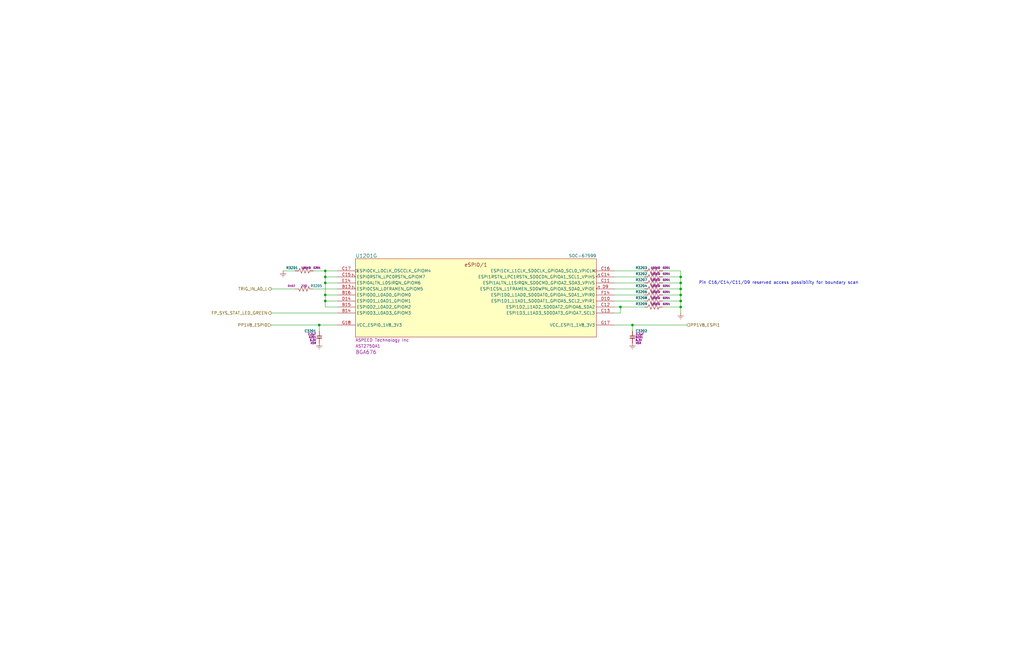
<source format=kicad_sch>
(kicad_sch (version 20231120) (generator "eeschema") (generator_version "8.0")
  (paper "B")
  (title_block (title "${PROJ}") (rev "${REV}") (company "${RPN}") (comment 1 "eSPI"))
  (lib_symbols
    (symbol "Capacitors, ceramic, Murata:CCM-722AA" (pin_numbers hide) (pin_names (offset 0) hide)
      (property "Reference" "C" (at 1.27 2.54 0))
      (property "val" "2.2µF" (at 1.27 1.27 0))
      (property "pkg" "0201" (at 1.27 0 0))
      (property "volt" "6.3V" (at 1.27 -1.27 0))
      (property "type" "X5R" (at 1.27 -2.54 0))
      (symbol "CCM-722AA_1_1"
        (pin passive line (at 0 2.54 270) (length 2.032) (name "~") (number "1"))
        (pin passive line (at 0 -2.54 90) (length 2.032) (name "~") (number "2"))
      )
    )
    (symbol "Power:GND" (power) (pin_names (offset 0)) (in_bom no) (on_board no)
      (symbol "GND_1_1"
        (pin power_in line (at 0 0 270) (length 0) hide (name "GND") (number "1"))
      )
    )
    (symbol "Resistors:RES-2220B" (pin_numbers hide) (pin_names (offset 0) hide)
      (property "Reference" "R" (at 1.27 2.54 0))
      (property "val" "22Ω" (at 1.27 1.27 0))
      (property "tol" "1%" (at 1.27 0 0))
      (property "pkg" "0402" (at 1.27 -1.27 0))
      (property "pwr" "1/16W" (at 1.27 -2.54 0))
      (symbol "RES-2220B_1_1"
        (pin passive line (at 0 3.81 270) (length 1.27) (name "~") (number "1"))
        (pin passive line (at 0 -3.81 90) (length 1.27) (name "~") (number "2"))
      )
    )
    (symbol "Resistors:RES-6100A" (pin_numbers hide) (pin_names (offset 0) hide)
      (property "Reference" "R" (at 1.27 2.54 0))
      (property "val" "100KΩ" (at 1.27 1.27 0))
      (property "tol" "1%" (at 1.27 0 0))
      (property "pkg" "0201" (at 1.27 -1.27 0))
      (property "pwr" "1/20W" (at 1.27 -2.54 0))
      (symbol "RES-6100A_1_1"
        (pin passive line (at 0 3.81 270) (length 1.27) (name "~") (number "1"))
        (pin passive line (at 0 -3.81 90) (length 1.27) (name "~") (number "2"))
      )
    )
    (symbol "SoCs, non-Rivos:SOC-67599"
      (property "Reference" "U" (at -17.78 57.15 0))
      (property "Value" "SOC-67599" (at 17.78 57.15 0))
      (property "mfr" "ASPEED Technology Inc" (at -17.78 -58.42 0))
      (property "mpn" "AST2750A1" (at -17.78 -60.96 0))
      (property "pkg" "BGA676" (at -17.78 -63.5 0))
      (symbol "SOC-67599_1_1"
        (text "PCIe0" (at -8.89 22.86 0) (effects (font (size 1.524 1.524)) (justify left)))
        (text "PCIe1" (at 2.54 22.86 0) (effects (font (size 1.524 1.524)) (justify left)))
        (pin input line (at -27.94 20.32 0) (length 7.62) (name "PE0CK_P") (number "AA10"))
        (pin passive line (at -27.94 -20.32 0) (length 7.62) hide (name "VCC_PEG4_1V8[1:0]") (number "AA7"))
        (pin power_in line (at -27.94 -10.16 0) (length 7.62) (name "VCC_PEG4_0V8[1:0]") (number "AA8"))
        (pin input inverted_clock (at 27.94 17.78 180) (length 7.62) (name "PE1CK_N") (number "AA9"))
        (pin input inverted_clock (at -27.94 17.78 0) (length 7.62) (name "PE0CK_N") (number "AB10"))
        (pin passive line (at -27.94 -10.16 0) (length 7.62) hide (name "VCC_PEG4_0V8[1:0]") (number "AB8"))
        (pin input inverted (at 27.94 2.54 180) (length 7.62) (name "PE1RX_N") (number "AC7"))
        (pin output inverted (at 27.94 10.16 180) (length 7.62) (name "PE1TX_N") (number "AC9"))
        (pin input line (at 27.94 -10.16 180) (length 7.62) (name "PCIEREF") (number "AD11"))
        (pin input line (at 27.94 5.08 180) (length 7.62) (name "PE1RX_P") (number "AD7"))
        (pin output line (at 27.94 12.7 180) (length 7.62) (name "PE1TX_P") (number "AD9"))
        (pin output line (at -27.94 12.7 0) (length 7.62) (name "PE0TX_P") (number "AE10"))
        (pin bidirectional line (at 27.94 -2.54 180) (length 7.62) (name "PCIE1RSTN1v8") (number "AE3"))
        (pin input line (at -27.94 5.08 0) (length 7.62) (name "PE0RX_P") (number "AE8"))
        (pin output inverted (at -27.94 10.16 0) (length 7.62) (name "PE0TX_N") (number "AF10"))
        (pin bidirectional line (at -27.94 -2.54 0) (length 7.62) (name "PCIE0RSTN1v8") (number "AF2"))
        (pin input inverted (at -27.94 2.54 0) (length 7.62) (name "PE0RX_N") (number "AF8"))
        (pin power_in line (at -27.94 -20.32 0) (length 7.62) (name "VCC_PEG4_1V8[1:0]") (number "Y8"))
        (pin input line (at 27.94 20.32 180) (length 7.62) (name "PE1CK_P") (number "Y9"))
      )
      (symbol "SOC-67599_2_1"
        (text "DP HBR" (at 0 11.43 0) (effects (font (size 1.524 1.524))))
        (pin input line (at 27.94 -8.89 180) (length 7.62) (name "DPHPD1v8") (number "AA6"))
        (pin power_in line (at -27.94 -8.89 0) (length 7.62) (name "VCC_DP_VCC12A_1V2") (number "AB5"))
        (pin power_in line (at -27.94 1.27 0) (length 7.62) (name "VCC_DP_VCC18A_1V8") (number "AB6"))
        (pin bidirectional inverted (at -27.94 6.35 0) (length 7.62) (name "DPAUX_N") (number "AC5"))
        (pin bidirectional line (at -27.94 8.89 0) (length 7.62) (name "DPAUX_P") (number "AD5"))
        (pin output inverted (at 27.94 -1.27 180) (length 7.62) (name "DPMLTX1_N") (number "AE5"))
        (pin output inverted (at 27.94 6.35 180) (length 7.62) (name "DPMLTX0_N") (number "AE6"))
        (pin output line (at 27.94 1.27 180) (length 7.62) (name "DPMLTX1_P") (number "AF5"))
        (pin output line (at 27.94 8.89 180) (length 7.62) (name "DPMLTX0_P") (number "AF6"))
      )
      (symbol "SOC-67599_3_1"
        (text "DDR4/DDR5" (at 0 53.34 0) (effects (font (size 1.524 1.524))))
        (pin output line (at 25.4 43.18 180) (length 7.62) (name "DDR5CK_P") (number "AA1"))
        (pin output inverted_clock (at 25.4 40.64 180) (length 7.62) (name "DDR5CK_N") (number "AA2"))
        (pin bidirectional line (at 25.4 -5.08 180) (length 7.62) (name "DDR4CA10") (number "AA4"))
        (pin output inverted_clock (at 25.4 48.26 180) (length 7.62) (name "DDR4CK_N") (number "AB1"))
        (pin output line (at 25.4 50.8 180) (length 7.62) (name "DDR4CK_P") (number "AB2"))
        (pin bidirectional line (at 25.4 35.56 180) (length 7.62) (name "DDR4BA0") (number "AB3"))
        (pin bidirectional line (at 25.4 33.02 180) (length 7.62) (name "DDR4BA1") (number "AC1"))
        (pin output output_low (at 25.4 -22.86 180) (length 7.62) (name "DDR4CASN") (number "AC3"))
        (pin bidirectional line (at 25.4 -12.7 180) (length 7.62) (name "DDR4CA13") (number "AD1"))
        (pin output output_low (at 25.4 -27.94 180) (length 7.62) (name "DDR4RASN") (number "AD2"))
        (pin output output_low (at 25.4 -40.64 180) (length 7.62) (name "DDR4CSN") (number "AD3"))
        (pin output output_low (at 25.4 -25.4 180) (length 7.62) (name "DDR4WEN") (number "AE1"))
        (pin output line (at 25.4 -45.72 180) (length 7.62) (name "DDR_ODT") (number "AE2"))
        (pin bidirectional inverted (at -25.4 33.02 0) (length 7.62) (name "DDRDQS0_N") (number "G1"))
        (pin bidirectional line (at -25.4 35.56 0) (length 7.62) (name "DDRDQS0_P") (number "G2"))
        (pin bidirectional line (at -25.4 22.86 0) (length 7.62) (name "DDRDQ0") (number "G3"))
        (pin bidirectional line (at -25.4 15.24 0) (length 7.62) (name "DDRDQ3") (number "H3"))
        (pin bidirectional line (at -25.4 20.32 0) (length 7.62) (name "DDRDQ1") (number "H4"))
        (pin bidirectional line (at -25.4 7.62 0) (length 7.62) (name "DDRDQ6") (number "J1"))
        (pin output line (at -25.4 27.94 0) (length 7.62) (name "DDRDM0") (number "J2"))
        (pin bidirectional line (at -25.4 12.7 0) (length 7.62) (name "DDRDQ4") (number "J3"))
        (pin bidirectional line (at -25.4 17.78 0) (length 7.62) (name "DDRDQ2") (number "J4"))
        (pin bidirectional line (at -25.4 5.08 0) (length 7.62) (name "DDRDQ7") (number "K2"))
        (pin bidirectional line (at -25.4 10.16 0) (length 7.62) (name "DDRDQ5") (number "K3"))
        (pin bidirectional line (at -25.4 -12.7 0) (length 7.62) (name "DDRDQ8") (number "L3"))
        (pin bidirectional inverted (at -25.4 -2.54 0) (length 7.62) (name "DDRDQS1_N") (number "M1"))
        (pin bidirectional line (at -25.4 0 0) (length 7.62) (name "DDRDQS1_P") (number "M2"))
        (pin bidirectional line (at -25.4 -15.24 0) (length 7.62) (name "DDRDQ9") (number "M3"))
        (pin bidirectional line (at -25.4 -20.32 0) (length 7.62) (name "DDRDQ11") (number "M4"))
        (pin bidirectional line (at -25.4 -25.4 0) (length 7.62) (name "DDRDQ13") (number "N1"))
        (pin bidirectional line (at -25.4 -17.78 0) (length 7.62) (name "DDRDQ10") (number "N2"))
        (pin output line (at -25.4 -7.62 0) (length 7.62) (name "DDRDM1") (number "N3"))
        (pin bidirectional line (at -25.4 -30.48 0) (length 7.62) (name "DDRDQ15") (number "P1"))
        (pin bidirectional line (at -25.4 -27.94 0) (length 7.62) (name "DDRDQ14") (number "P3"))
        (pin bidirectional line (at -25.4 -22.86 0) (length 7.62) (name "DDRDQ12") (number "P4"))
        (pin bidirectional line (at 25.4 -17.78 180) (length 7.62) (name "DDR4CKE_DDR5CSN") (number "R2"))
        (pin output output_low (at 25.4 -38.1 180) (length 7.62) (name "DDR4ACTN_DDR5CA2") (number "R3"))
        (pin bidirectional line (at 25.4 25.4 180) (length 7.62) (name "DDR4BG1_DDR5CA1") (number "R4"))
        (pin bidirectional line (at 25.4 2.54 180) (length 7.62) (name "DDR4CA7_DDR5CA6") (number "T1"))
        (pin bidirectional line (at 25.4 27.94 180) (length 7.62) (name "DDR4BG0_DDR5CA0") (number "T2"))
        (pin open_collector line (at 25.4 -33.02 180) (length 7.62) (name "DDR_ALERTN") (number "T4"))
        (pin bidirectional line (at 25.4 -2.54 180) (length 7.62) (name "DDR4CA9_DDR5CA3") (number "U1"))
        (pin bidirectional line (at 25.4 -10.16 180) (length 7.62) (name "DDR4CA12_DDR5CA4") (number "U2"))
        (pin bidirectional line (at 25.4 -7.62 180) (length 7.62) (name "DDR4CA11_DDR5CA5") (number "U3"))
        (pin bidirectional line (at 25.4 5.08 180) (length 7.62) (name "DDR4CA6_DDR5CA8") (number "U4"))
        (pin bidirectional line (at 25.4 0 180) (length 7.62) (name "DDR4CA8_DDR5CA7") (number "V1"))
        (pin bidirectional line (at 25.4 10.16 180) (length 7.62) (name "DDR4CA4_DDR5CA10") (number "V3"))
        (pin bidirectional line (at 25.4 15.24 180) (length 7.62) (name "DDR4CA2_DDR5CA12") (number "V4"))
        (pin output line (at -25.4 -48.26 0) (length 7.62) (name "DDRATO") (number "V5"))
        (pin bidirectional line (at 25.4 12.7 180) (length 7.62) (name "DDR4CA3_DDR5CA11") (number "W1"))
        (pin bidirectional line (at 25.4 7.62 180) (length 7.62) (name "DDR4CA5_DDR5CA9") (number "W2"))
        (pin bidirectional line (at 25.4 20.32 180) (length 7.62) (name "DDR4CA0") (number "W3"))
        (pin input line (at 25.4 -50.8 180) (length 7.62) (name "DDR_ZN") (number "W4"))
        (pin bidirectional line (at 25.4 17.78 180) (length 7.62) (name "DDR4CA1_DDR5CA13") (number "Y1"))
        (pin output output_low (at 25.4 -35.56 180) (length 7.62) (name "DDRRESETN") (number "Y2"))
        (pin output line (at -25.4 -50.8 0) (length 7.62) (name "DDRDTO") (number "Y3"))
      )
      (symbol "SOC-67599_4_1"
        (text "UFS 2.1" (at 0 13.97 0) (effects (font (size 1.524 1.524))))
        (pin output line (at 27.94 11.43 180) (length 7.62) (name "UFSTX0_P") (number "A2"))
        (pin input line (at 27.94 -8.89 180) (length 7.62) (name "UFSRX1_P") (number "B1"))
        (pin output inverted (at 27.94 8.89 180) (length 7.62) (name "UFSTX0_N") (number "B2"))
        (pin input inverted (at 27.94 -11.43 180) (length 7.62) (name "UFSRX1_N") (number "C1"))
        (pin output line (at 27.94 6.35 180) (length 7.62) (name "UFSTX1_P") (number "C2"))
        (pin input line (at 27.94 -3.81 180) (length 7.62) (name "UFSRX0_P") (number "D1"))
        (pin output inverted (at 27.94 3.81 180) (length 7.62) (name "UFSTX1_N") (number "D2"))
        (pin input inverted (at 27.94 -6.35 180) (length 7.62) (name "UFSRX0_N") (number "E1"))
        (pin output clock (at -27.94 11.43 0) (length 7.62) (name "UFSREFCK1v2") (number "E2"))
        (pin output output_low (at -27.94 6.35 0) (length 7.62) (name "UFSRSTN1v2") (number "F2"))
        (pin power_in line (at -27.94 -11.43 0) (length 7.62) (name "VCC_UFS_0V8") (number "K7"))
        (pin power_in line (at -27.94 -1.27 0) (length 7.62) (name "VCC_UFS_1V8") (number "L8"))
      )
      (symbol "SOC-67599_5_1"
        (text "USB2C supports USB-to-UART\n(access to UART11 and UART12)" (at -5.08 16.51 0) (effects (font (size 1 1)) (justify left)))
        (text "USB3.1 Gen2" (at 0 39.37 0) (effects (font (size 1.524 1.524))))
        (pin output inverted (at -27.94 34.29 0) (length 7.62) (name "USB3ATX_N") (number "A3"))
        (pin bidirectional line (at 27.94 29.21 180) (length 7.62) (name "USB2B_P") (number "A4"))
        (pin input inverted (at -27.94 11.43 0) (length 7.62) (name "USB3BRX_N") (number "A5"))
        (pin output line (at -27.94 36.83 0) (length 7.62) (name "USB3ATX_P") (number "B3"))
        (pin bidirectional inverted (at 27.94 26.67 180) (length 7.62) (name "USB2B_N") (number "B4"))
        (pin input line (at -27.94 13.97 0) (length 7.62) (name "USB3BRX_P") (number "B5"))
        (pin bidirectional line (at 27.94 36.83 180) (length 7.62) (name "USB2A_P") (number "C3"))
        (pin input line (at -27.94 29.21 0) (length 7.62) (name "USB3ARX_P") (number "C5"))
        (pin bidirectional inverted (at 27.94 34.29 180) (length 7.62) (name "USB2A_N") (number "D3"))
        (pin input inverted (at -27.94 26.67 0) (length 7.62) (name "USB3ARX_N") (number "D5"))
        (pin input line (at 27.94 -31.75 180) (length 7.62) (name "USB2ATXRTUNE") (number "E3"))
        (pin input line (at -27.94 -31.75 0) (length 7.62) (name "USB3RESREF") (number "E4"))
        (pin output line (at -27.94 21.59 0) (length 7.62) (name "USB3BTX_P") (number "E6"))
        (pin input line (at 27.94 -36.83 180) (length 7.62) (name "USB2BTXRTUNE") (number "F5"))
        (pin output inverted (at -27.94 19.05 0) (length 7.62) (name "USB3BTX_N") (number "F6"))
        (pin power_in line (at 27.94 3.81 180) (length 7.62) (name "VCCA_USB2C_3V3") (number "G15"))
        (pin input clock (at -27.94 6.35 0) (length 7.62) (name "USB25CK_P") (number "G6"))
        (pin bidirectional line (at 27.94 21.59 180) (length 7.62) (name "USB2C_P") (number "H15"))
        (pin input inverted_clock (at -27.94 3.81 0) (length 7.62) (name "USB25CK_N") (number "H6"))
        (pin bidirectional inverted (at 27.94 19.05 180) (length 7.62) (name "USB2C_N") (number "J15"))
        (pin power_in line (at 27.94 6.35 180) (length 7.62) (name "VCC_USB2_3V3") (number "J7"))
        (pin power_in line (at -27.94 -8.89 0) (length 7.62) (name "VCC_USB3_1V8[1:0]") (number "K10"))
        (pin power_in line (at 27.94 -19.05 180) (length 7.62) (name "VCC_USB2_0V8") (number "K11"))
        (pin power_in line (at 27.94 1.27 180) (length 7.62) (name "VCCA_USB2D_3V3") (number "K14"))
        (pin bidirectional line (at 27.94 13.97 180) (length 7.62) (name "USB2D_P") (number "K15"))
        (pin power_in line (at -27.94 -19.05 0) (length 7.62) (name "VCC_USB3_0V8[1:0]") (number "K9"))
        (pin passive line (at -27.94 -8.89 0) (length 7.62) hide (name "VCC_USB3_1V8[1:0]") (number "L10"))
        (pin power_in line (at 27.94 -8.89 180) (length 7.62) (name "VCC_USB2_1V8") (number "L11"))
        (pin bidirectional inverted (at 27.94 11.43 180) (length 7.62) (name "USB2D_N") (number "L15"))
        (pin passive line (at -27.94 -19.05 0) (length 7.62) hide (name "VCC_USB3_0V8[1:0]") (number "L9"))
      )
      (symbol "SOC-67599_6_1"
        (text "eMMC" (at -5.08 36.83 0) (effects (font (size 1.524 1.524))))
        (text "JTAG0 (M/S)" (at 7.62 29.21 0) (effects (font (size 1.524 1.524)) (justify left)))
        (text "JTAG1 (M)" (at 1.27 12.7 0) (effects (font (size 1.524 1.524)) (justify left)))
        (text "LTPI1 Rx" (at 10.16 -24.13 0) (effects (font (size 1.524 1.524)) (justify left)))
        (text "LTPI1 Tx" (at 10.16 -8.89 0) (effects (font (size 1.524 1.524)) (justify left)))
        (text "LTPI2 Rx" (at -10.16 -24.13 0) (effects (font (size 1.524 1.524)) (justify right)))
        (text "LTPI2 Tx" (at -10.16 -8.89 0) (effects (font (size 1.524 1.524)) (justify right)))
        (pin input line (at 45.72 29.21 180) (length 7.62) (name "TMS01v8") (number "AA5"))
        (pin bidirectional line (at -45.72 21.59 0) (length 7.62) (name "EMMCDAT3_GPIO18A5") (number "AB13"))
        (pin input input_low (at -45.72 1.27 0) (length 7.62) (name "EMMCCDN_VB0CSN_GPIO18A6") (number "AB14"))
        (pin bidirectional line (at -45.72 13.97 0) (length 7.62) (name "EMMCDAT5_VB0MISO_GPIO18B1_UFSCLKI") (number "AC13"))
        (pin output clock (at -45.72 34.29 0) (length 7.62) (name "EMMCCLK_VB1CSN_GPIO18A0") (number "AC14"))
        (pin input inverted (at 45.72 -29.21 180) (length 7.62) (name "LTPI1RX_N") (number "AC21"))
        (pin output line (at 45.72 -11.43 180) (length 7.62) (name "LTPI1TX_P") (number "AC23"))
        (pin bidirectional line (at -45.72 11.43 0) (length 7.62) (name "EMMCDAT6_DDCCLK_GPIO18B2") (number "AD13"))
        (pin bidirectional line (at -45.72 29.21 0) (length 7.62) (name "EMMCDAT0_VB1MOSI_GPIO18A2") (number "AD14"))
        (pin input line (at 45.72 -26.67 180) (length 7.62) (name "LTPI1RX_P") (number "AD21"))
        (pin output inverted (at 45.72 -13.97 180) (length 7.62) (name "LTPI1TX_N") (number "AD23"))
        (pin input input_low (at 45.72 34.29 180) (length 7.62) (name "NTRST01v8") (number "AD4"))
        (pin bidirectional line (at -45.72 8.89 0) (length 7.62) (name "EMMCDAT7_DDCDAT_GPIO18B3") (number "AE13"))
        (pin bidirectional line (at -45.72 26.67 0) (length 7.62) (name "EMMCDAT1_VB1MISO_GPIO18A3") (number "AE14"))
        (pin bidirectional line (at -45.72 3.81 0) (length 7.62) (name "EMMCCMD_VB1CK_GPIO18A1") (number "AE15"))
        (pin input inverted_clock (at 45.72 -21.59 180) (length 7.62) (name "LTPI1RXCK_N") (number "AE22"))
        (pin output inverted (at 45.72 -6.35 180) (length 7.62) (name "LTPI1TXCK_N") (number "AE24"))
        (pin input line (at 45.72 24.13 180) (length 7.62) (name "TDI01v8") (number "AE4"))
        (pin bidirectional line (at -45.72 16.51 0) (length 7.62) (name "EMMCDAT4_VB0MOSI_GPIO18B0") (number "AF13"))
        (pin bidirectional line (at -45.72 24.13 0) (length 7.62) (name "EMMCDAT2_GPIO18A4") (number "AF14"))
        (pin input clock (at 45.72 -19.05 180) (length 7.62) (name "LTPI1RXCK_P") (number "AF22"))
        (pin output line (at 45.72 -3.81 180) (length 7.62) (name "LTPI1TXCK_P") (number "AF24"))
        (pin input clock (at 45.72 31.75 180) (length 7.62) (name "TCK01v8") (number "AF3"))
        (pin output line (at 45.72 26.67 180) (length 7.62) (name "TDO01v8") (number "AF4"))
        (pin output output_low (at 45.72 19.05 180) (length 7.62) (name "GPIOQ2_MNTRST13v3") (number "D12"))
        (pin output line (at 45.72 13.97 180) (length 7.62) (name "GPIOQ4_MTMS13v3") (number "E11"))
        (pin output line (at 45.72 16.51 180) (length 7.62) (name "GPIOQ3_MTCK13v3") (number "F10"))
        (pin output line (at 45.72 11.43 180) (length 7.62) (name "GPIOQ5_MTDI13v3") (number "F11"))
        (pin input line (at 45.72 8.89 180) (length 7.62) (name "GPIOQ6_MTDO13v3") (number "F13"))
        (pin power_in line (at 45.72 3.81 180) (length 7.62) (name "VCC_BMC_3V3[3:0]") (number "G13"))
        (pin power_in line (at -45.72 -34.29 0) (length 7.62) (name "VCC_LTPIIO2_1V8[1:0]") (number "P19"))
        (pin power_in line (at 45.72 -34.29 180) (length 7.62) (name "VCC_LTPIIO_1V8[1:0]") (number "P20"))
        (pin passive line (at 45.72 -34.29 180) (length 7.62) hide (name "VCC_LTPIIO_1V8[1:0]") (number "P21"))
        (pin passive line (at -45.72 -34.29 0) (length 7.62) hide (name "VCC_LTPIIO2_1V8[1:0]") (number "R20"))
        (pin output inverted (at -45.72 -6.35 0) (length 7.62) (name "LTPI2TXCK_N") (number "T25"))
        (pin output line (at -45.72 -3.81 0) (length 7.62) (name "LTPI2TXCK_P") (number "T26"))
        (pin output inverted (at -45.72 -13.97 0) (length 7.62) (name "LTPI2TX_N") (number "U23"))
        (pin output line (at -45.72 -11.43 0) (length 7.62) (name "LTPI2TX_P") (number "U24"))
        (pin input inverted_clock (at -45.72 -21.59 0) (length 7.62) (name "LTPI2RXCK_N") (number "V25"))
        (pin input clock (at -45.72 -19.05 0) (length 7.62) (name "LTPI2RXCK_P") (number "V26"))
        (pin input inverted (at -45.72 -29.21 0) (length 7.62) (name "LTPI2RX_N") (number "W23"))
        (pin input line (at -45.72 -26.67 0) (length 7.62) (name "LTPI2RX_P") (number "W24"))
      )
      (symbol "SOC-67599_7_1"
        (text "eSPI0/1" (at 0 13.97 0) (effects (font (size 1.524 1.524))))
        (pin input input_low (at -58.42 3.81 0) (length 7.62) (name "ESPI0CSN_L0FRAMEN_GPIOM5") (number "B13"))
        (pin bidirectional line (at -58.42 -6.35 0) (length 7.62) (name "ESPI0D3_L0AD3_GPIOM3") (number "B14"))
        (pin bidirectional line (at -58.42 -3.81 0) (length 7.62) (name "ESPI0D2_L0AD2_GPIOM2") (number "B15"))
        (pin bidirectional line (at -58.42 1.27 0) (length 7.62) (name "ESPI0D0_L0AD0_GPIOM0") (number "B16"))
        (pin open_collector line (at 58.42 6.35 180) (length 7.62) (name "ESPI1ALTN_L1SIRQN_SD0CMD_GPIOA2_SDA3_VPIVS") (number "C11"))
        (pin bidirectional line (at 58.42 -3.81 180) (length 7.62) (name "ESPI1D2_L1AD2_SD0DAT2_GPIOA6_SDA2") (number "C12"))
        (pin bidirectional line (at 58.42 -6.35 180) (length 7.62) (name "ESPI1D3_L1AD3_SD0DAT3_GPIOA7_SCL3") (number "C13"))
        (pin input input_low (at 58.42 8.89 180) (length 7.62) (name "ESPI1RSTN_LPC1RSTN_SD0CDN_GPIOA1_SCL1_VPIHS") (number "C14"))
        (pin input input_low (at -58.42 8.89 0) (length 7.62) (name "ESPI0RSTN_LPC0RSTN_GPIOM7") (number "C15"))
        (pin input clock (at 58.42 11.43 180) (length 7.62) (name "ESPI1CK_L1CLK_SD0CLK_GPIOA0_SCL0_VPICLK") (number "C16"))
        (pin input clock (at -58.42 11.43 0) (length 7.62) (name "ESPI0CK_L0CLK_OSCCLK_GPIOM4") (number "C17"))
        (pin bidirectional line (at 58.42 -1.27 180) (length 7.62) (name "ESPI1D1_L1AD1_SD0DAT1_GPIOA5_SCL2_VPIR1") (number "D10"))
        (pin bidirectional line (at -58.42 -1.27 0) (length 7.62) (name "ESPI0D1_L0AD1_GPIOM1") (number "D14"))
        (pin input input_low (at 58.42 3.81 180) (length 7.62) (name "ESPI1CSN_L1FRAMEN_SD0WPN_GPIOA3_SDA0_VPIDE") (number "D9"))
        (pin open_collector line (at -58.42 6.35 0) (length 7.62) (name "ESPI0ALTN_L0SIRQN_GPIOM6") (number "E14"))
        (pin bidirectional line (at 58.42 1.27 180) (length 7.62) (name "ESPI1D0_L1AD0_SD0DAT0_GPIOA4_SDA1_VPIR0") (number "F14"))
        (pin power_in line (at 58.42 -11.43 180) (length 7.62) (name "VCC_ESPI1_1V8_3V3") (number "G17"))
        (pin power_in line (at -58.42 -11.43 0) (length 7.62) (name "VCC_ESPI0_1V8_3V3") (number "G18"))
      )
      (symbol "SOC-67599_8_1"
        (text "AST27x0A1: BOOT_FROM_UART strap at pin W16\n0: Disable (int. pulldown)\n1: Enable (ext. pullup required)" (at -29.21 -17.78 0) (effects (font (size 1 1)) (justify left)))
        (text "AST27x0A1: HeartBeat LED function strap at pin AC16\n0: Enable (int. pulldown)\n1: Disable (ext. pullup required)" (at -36.83 12.7 0) (effects (font (size 1 1)) (justify left)))
        (text "AST27x0A1: LTPI CRC mode sel. strap at pin AA14\n0: CRC option 1 (int. pulldown)\n1: CRC option 2" (at -29.21 -11.43 0) (effects (font (size 1 1)) (justify left)))
        (text "Debug / Boot from UART" (at -6.35 -26.67 0) (effects (font (size 1.524 1.524)) (justify left)))
        (text "UART / GPIO" (at -1.27 33.02 0) (effects (font (size 1.524 1.524))))
        (pin bidirectional line (at -52.07 -7.62 0) (length 7.62) (name "GPIOF5_NRTS1") (number "AA14"))
        (pin bidirectional line (at -52.07 5.08 0) (length 7.62) (name "GPIOF0_NCTS1_SIOONCTRLN1_HPM1GPO0") (number "AA15"))
        (pin bidirectional line (at -52.07 27.94 0) (length 7.62) (name "GPIOE1_NDCD0_SIOPBIN1") (number "AA16"))
        (pin bidirectional line (at 52.07 20.32 180) (length 7.62) (name "GPIOG3_RXD3_WDTRST1N_PWM9_SDA12_SM1CLKI") (number "AA17"))
        (pin bidirectional line (at -52.07 2.54 0) (length 7.62) (name "GPIOF1_NDCD1_SIOPWRGD1_HPM1GPO1") (number "AB15"))
        (pin bidirectional line (at -52.07 17.78 0) (length 7.62) (name "GPIOE5_NRTS0_SIOPWREQN1") (number "AB16"))
        (pin output line (at 52.07 7.62 180) (length 7.62) (name "TXD5_GPIOG4_WDTRST2N_PWM10_SCL13_SM1MOSII") (number "AB17"))
        (pin bidirectional line (at 52.07 30.48 180) (length 7.62) (name "GPIOG0_TXD2") (number "AB18"))
        (pin bidirectional line (at -52.07 0 0) (length 7.62) (name "GPIOF2_NDSR1_SALT2") (number "AC15"))
        (pin output line (at -52.07 15.24 0) (length 7.62) (name "TXD0") (number "AC16"))
        (pin bidirectional line (at 52.07 0 180) (length 7.62) (name "GPIOG6_TXD6_PWM12_SALT0_SCL14_SM1IO2I") (number "AC17"))
        (pin bidirectional line (at 52.07 27.94 180) (length 7.62) (name "GPIOG1_RXD2_SCL12") (number "AC18"))
        (pin output line (at 52.07 15.24 180) (length 7.62) (name "TXD41v8") (number "AD12"))
        (pin bidirectional line (at -52.07 -2.54 0) (length 7.62) (name "GPIOF3_NRI1_SALT3") (number "AD15"))
        (pin input line (at 52.07 5.08 180) (length 7.62) (name "RXD5_GPIOG5_WDTRST3N_PWM11_SDA13_SM1MISOI") (number "AD16"))
        (pin bidirectional line (at 52.07 -2.54 180) (length 7.62) (name "GPIOG7_RXD6_PWM13_SALT1_SDA14_SM1IO3I") (number "AD17"))
        (pin input line (at 52.07 12.7 180) (length 7.62) (name "RXD41v8") (number "AE12"))
        (pin bidirectional line (at 52.07 -5.08 180) (length 7.62) (name "GPIOH0_TXD7_PWM14_SCL15_SM1CS0NO") (number "AE16"))
        (pin bidirectional line (at 52.07 -7.62 180) (length 7.62) (name "GPIOH1_RXD7_PWM15_SDA15_SM1MUXSEL") (number "AE17"))
        (pin input line (at -52.07 12.7 0) (length 7.62) (name "RXD0") (number "AF16"))
        (pin bidirectional line (at -52.07 30.48 0) (length 7.62) (name "GPIOE0_NCTS0_SIOPBON1") (number "AF17"))
        (pin output line (at 52.07 -22.86 180) (length 7.62) (name "BMCUART_TXD12") (number "D11"))
        (pin input line (at 52.07 -25.4 180) (length 7.62) (name "BMCUART_RXD12") (number "D13"))
        (pin power_in line (at 52.07 -30.48 180) (length 7.62) (name "VCC_BMC_3V3[3:0]") (number "G14"))
        (pin power_in line (at 52.07 -12.7 180) (length 7.62) (name "VCC_PG2_1V8_3V3[1:0]") (number "H16"))
        (pin bidirectional line (at -52.07 20.32 0) (length 7.62) (name "GPIOE4_NDTR0_SIOS5N1") (number "J13"))
        (pin passive line (at 52.07 -12.7 180) (length 7.62) hide (name "VCC_PG2_1V8_3V3[1:0]") (number "J16"))
        (pin bidirectional line (at 52.07 22.86 180) (length 7.62) (name "GPIOG2_TXD3_WDTRST0N_PWM8_SM1CS0NI") (number "K13"))
        (pin power_in line (at -52.07 -22.86 0) (length 7.62) (name "VCC_SYSUART_1V8_3V3[1:0]") (number "K16"))
        (pin passive line (at -52.07 -22.86 0) (length 7.62) hide (name "VCC_SYSUART_1V8_3V3[1:0]") (number "L16"))
        (pin bidirectional line (at -52.07 -12.7 0) (length 7.62) (name "GPIOF7_RXD1") (number "V16"))
        (pin bidirectional line (at -52.07 22.86 0) (length 7.62) (name "GPIOE3_NRI0_SIOS3N1") (number "V17"))
        (pin bidirectional line (at -52.07 -10.16 0) (length 7.62) (name "GPIOF6_TXD1") (number "W16"))
        (pin bidirectional line (at -52.07 -5.08 0) (length 7.62) (name "GPIOF4_NDTR1_HPM1GPO2") (number "Y15"))
        (pin bidirectional line (at -52.07 25.4 0) (length 7.62) (name "GPIOE2_NDSR0_SIOSCIN1") (number "Y16"))
      )
      (symbol "SOC-67599_9_1"
        (text "MISC" (at 0 11.43 0) (effects (font (size 1.524 1.524))))
        (text "PECI" (at -1.27 -3.81 0) (effects (font (size 1.524 1.524)) (justify left)))
        (pin input input_low (at -33.02 3.81 0) (length 7.62) (name "SRSTN1v8") (number "AB11"))
        (pin input input_low (at -33.02 1.27 0) (length 7.62) (name "EXTRSTN1v8") (number "AB12"))
        (pin output output_low (at -33.02 -6.35 0) (length 7.62) (name "RSTIND1v8") (number "AB4"))
        (pin input line (at 33.02 8.89 180) (length 7.62) (name "ENTEST1v8") (number "AC11"))
        (pin input clock (at -33.02 8.89 0) (length 7.62) (name "CLKIN1v8") (number "AC12"))
        (pin bidirectional line (at 33.02 -1.27 180) (length 7.62) (name "PECI") (number "AD24"))
        (pin input input_low (at -33.02 -1.27 0) (length 7.62) (name "SSPRSTN1v8") (number "AF12"))
        (pin input input_low (at -33.02 -8.89 0) (length 7.62) (name "TSTRSTN") (number "AF15"))
        (pin power_in line (at 33.02 -6.35 180) (length 7.62) (name "VCC_PECIVDD_1V0") (number "L23"))
        (pin input input_low (at 33.02 3.81 180) (length 7.62) (name "CHASIN") (number "V15"))
      )
      (symbol "SOC-67599_10_1"
        (text "GPIO / TACH / PWM" (at 0 22.86 0) (effects (font (size 1.524 1.524))))
        (text "SCMGPO[11:0] will drive output 0 during power on until uboot \nconfiguration, make sure no harm to the peripherals connected." (at -49.53 -19.05 0) (effects (font (size 1 1)) (justify left)))
        (pin bidirectional line (at -58.42 17.78 0) (length 7.62) (name "GPIOB1_TACH1_THRUOUT0_SCMGPO1_VPIR3") (number "AA25"))
        (pin bidirectional line (at -58.42 15.24 0) (length 7.62) (name "GPIOB2_TACH2_THRUIN1_SCMGPO2_VPIR4") (number "AB23"))
        (pin bidirectional line (at 58.42 20.32 180) (length 7.62) (name "GPIOC2_TACH10_SALT12_NCTS6_SCMGPO10_VPIG4") (number "AB26"))
        (pin bidirectional line (at -58.42 20.32 0) (length 7.62) (name "GPIOB0_TACH0_THRUIN0_SCMGPO0_VPIR2") (number "AC26"))
        (pin bidirectional line (at 58.42 -15.24 180) (length 7.62) (name "GPIOD7_PWM7_SIOPWRGD0_SM0MUXSEL_HPM0GPO3") (number "AD22"))
        (pin bidirectional line (at 58.42 0 180) (length 7.62) (name "GPIOD1_PWM1_SIOPBIN0_SM0CLKI_HPM0GPI1_VPIB3") (number "AD25"))
        (pin bidirectional line (at 58.42 17.78 180) (length 7.62) (name "GPIOC3_TACH11_SALT13_NDCD6_SCMGPO11_VPIG5") (number "AD26"))
        (pin bidirectional line (at 58.42 -10.16 180) (length 7.62) (name "GPIOD5_PWM5_SIOPWREQN0_SM0IO3I_HPM0GPO1_VPIB7") (number "AE21"))
        (pin bidirectional line (at 58.42 -12.7 180) (length 7.62) (name "GPIOD6_PWM6_SIOONCTRLN0_SM0CS0NO_HPM0GPO2") (number "AE23"))
        (pin bidirectional line (at 58.42 2.54 180) (length 7.62) (name "GPIOD0_PWM0_SIOPBON0_SM0CS0NI_HPM0GPI0_VPIB2") (number "AE25"))
        (pin bidirectional line (at 58.42 12.7 180) (length 7.62) (name "GPIOC5_TACH13_SALT15_NRI6_SCMGPI1_VPIG7") (number "AE26"))
        (pin bidirectional line (at 58.42 -5.08 180) (length 7.62) (name "GPIOD3_PWM3_SIOS3N0_SM0MISOI_HPM0GPI3_VPIB5") (number "AF20"))
        (pin bidirectional line (at 58.42 -7.62 180) (length 7.62) (name "GPIOD4_PWM4_SIOS5N0_SM0IO2I_HPM0GPO0_VPIB6") (number "AF21"))
        (pin bidirectional line (at 58.42 -2.54 180) (length 7.62) (name "GPIOD2_PWM2_SIOSCIN0_SM0MOSII_HPM0GPI2_VPIB4") (number "AF23"))
        (pin bidirectional line (at 58.42 7.62 180) (length 7.62) (name "GPIOC7_TACH15_NRTS6_SM0CS0NI_SCMGPI3_VPIB1") (number "AF25"))
        (pin bidirectional line (at 58.42 10.16 180) (length 7.62) (name "GPIOC6_TACH14_NDTR6_SCMGPI2_VPIB0") (number "AF26"))
        (pin power_in line (at 58.42 -20.32 180) (length 7.62) (name "VCC_PG1_1V8_3V3[1:0]") (number "L25"))
        (pin power_in line (at -58.42 -7.62 0) (length 7.62) (name "VCC_PG0_1V8_3V3") (number "M24"))
        (pin passive line (at 58.42 -20.32 180) (length 7.62) hide (name "VCC_PG1_1V8_3V3[1:0]") (number "M25"))
        (pin bidirectional line (at -58.42 2.54 0) (length 7.62) (name "GPIOB7_TACH7_NRI5_SCMGPO7_VPIG1") (number "N25"))
        (pin bidirectional line (at -58.42 7.62 0) (length 7.62) (name "GPIOB5_TACH5_NDCD5_SCMGPO5_VPIR7") (number "N26"))
        (pin bidirectional line (at -58.42 5.08 0) (length 7.62) (name "GPIOB6_TACH6_NDSR5_SCMGPO6_VPIG0") (number "P25"))
        (pin bidirectional line (at 58.42 15.24 180) (length 7.62) (name "GPIOC4_TACH12_SALT14_NDSR6_SCMGPI0_VPIG6") (number "P26"))
        (pin bidirectional line (at -58.42 12.7 0) (length 7.62) (name "GPIOB3_TACH3_THRUOUT1_SCMGPO3_VPIR5") (number "U22"))
        (pin bidirectional line (at -58.42 10.16 0) (length 7.62) (name "GPIOB4_TACH4_NCTS5_SCMGPO4_VPIR6") (number "V21"))
        (pin bidirectional line (at -58.42 0 0) (length 7.62) (name "GPIOC0_TACH8_NDTR5_SCMGPO8_VPIG2") (number "V23"))
        (pin bidirectional line (at -58.42 -2.54 0) (length 7.62) (name "GPIOC1_TACH9_NRTS5_SCMGPO9_VPIG3") (number "W22"))
      )
      (symbol "SOC-67599_11_1"
        (text "FSI/I3CLV1" (at -15.24 -25.4 0) (effects (font (size 1.524 1.524)) (justify left)))
        (text "I3CHV0" (at 7.62 26.67 0) (effects (font (size 1.524 1.524)) (justify left)))
        (text "I3CHV1" (at -15.24 26.67 0) (effects (font (size 1.524 1.524)) (justify left)))
        (text "I3CLV1" (at -15.24 -5.08 0) (effects (font (size 1.524 1.524)) (justify left)))
        (pin bidirectional line (at -55.88 -2.54 0) (length 7.62) (name "GPIOJ3_I3CSDA5") (number "AA20"))
        (pin bidirectional line (at -55.88 -20.32 0) (length 7.62) (name "GPIOK2_I3CSCL9_FSI1CLK") (number "AA21"))
        (pin bidirectional line (at -55.88 -5.08 0) (length 7.62) (name "GPIOJ4_I3CSCL6") (number "AA22"))
        (pin bidirectional line (at -55.88 27.94 0) (length 7.62) (name "GPIOI4_HVI3C14SCL_SCL14") (number "AA23"))
        (pin bidirectional line (at 55.88 30.48 180) (length 7.62) (name "GPIOL3_HVI3CSDA1_SDA9") (number "AA24"))
        (pin bidirectional line (at 55.88 25.4 180) (length 7.62) (name "GPIOL5_HVI3CSDA2_SDA10") (number "AA26"))
        (pin bidirectional line (at -55.88 -7.62 0) (length 7.62) (name "GPIOJ5_I3CSDA6") (number "AB20"))
        (pin bidirectional line (at -55.88 -22.86 0) (length 7.62) (name "GPIOK3_I3CSDA9_FSI1DATA") (number "AB21"))
        (pin bidirectional line (at -55.88 22.86 0) (length 7.62) (name "GPIOI6_HVI3C15SCL_SCL15") (number "AB22"))
        (pin bidirectional line (at -55.88 -25.4 0) (length 7.62) (name "GPIOK4_I3CSCL10_FSI2CLK") (number "AC19"))
        (pin bidirectional line (at -55.88 -17.78 0) (length 7.62) (name "GPIOK1_I3CSDA8_FSI0DATA") (number "AC20"))
        (pin bidirectional line (at -55.88 25.4 0) (length 7.62) (name "GPIOI5_HVI3C14SDA_SDA14") (number "AC22"))
        (pin bidirectional line (at -55.88 -33.02 0) (length 7.62) (name "GPIOK7_I3CSDA11_FSI3DATA") (number "AD18"))
        (pin bidirectional line (at -55.88 -30.48 0) (length 7.62) (name "GPIOK6_I3CSCL11_FSI3CLK") (number "AD19"))
        (pin bidirectional line (at -55.88 -15.24 0) (length 7.62) (name "GPIOK0_I3CSCL8_FSI0CLK") (number "AD20"))
        (pin bidirectional line (at -55.88 -27.94 0) (length 7.62) (name "GPIOK5_I3CSDA10_FSI2DATA") (number "AE18"))
        (pin bidirectional line (at -55.88 -12.7 0) (length 7.62) (name "GPIOJ7_I3CSDA7") (number "AE19"))
        (pin bidirectional line (at -55.88 5.08 0) (length 7.62) (name "GPIOJ0_I3CSCL4") (number "AE20"))
        (pin bidirectional line (at -55.88 -10.16 0) (length 7.62) (name "GPIOJ6_I3CSCL7") (number "AF18"))
        (pin bidirectional line (at -55.88 2.54 0) (length 7.62) (name "GPIOJ1_I3CSDA4") (number "AF19"))
        (pin power_in line (at -55.88 -38.1 0) (length 7.62) (name "VCC_I3CVDDL1_1V0[2:0]") (number "N24"))
        (pin power_in line (at 55.88 15.24 180) (length 7.62) (name "VCC_I3CVDDH0_1V8_3V3[1:0]") (number "P22"))
        (pin passive line (at 55.88 15.24 180) (length 7.62) hide (name "VCC_I3CVDDH0_1V8_3V3[1:0]") (number "P23"))
        (pin passive line (at -55.88 -38.1 0) (length 7.62) hide (name "VCC_I3CVDDL1_1V0[2:0]") (number "P24"))
        (pin passive line (at -55.88 -38.1 0) (length 7.62) hide (name "VCC_I3CVDDL1_1V0[2:0]") (number "R24"))
        (pin bidirectional line (at 55.88 27.94 180) (length 7.62) (name "GPIOL4_HVI3CSCL2_SCL10") (number "R25"))
        (pin bidirectional line (at 55.88 22.86 180) (length 7.62) (name "GPIOL6_HVI3CSCL3_SCL11") (number "R26"))
        (pin power_in line (at -55.88 15.24 0) (length 7.62) (name "VCC_I3CVDDH1_1V8_3V3[1:0]") (number "T21"))
        (pin passive line (at -55.88 15.24 0) (length 7.62) hide (name "VCC_I3CVDDH1_1V8_3V3[1:0]") (number "T22"))
        (pin bidirectional line (at 55.88 38.1 180) (length 7.62) (name "GPIOL0_HVI3CSCL0_SCL8") (number "U25"))
        (pin bidirectional line (at 55.88 35.56 180) (length 7.62) (name "GPIOL1_HVI3CSDA0_SDA8") (number "U26"))
        (pin bidirectional line (at -55.88 30.48 0) (length 7.62) (name "GPIOI3_HVI3C13SDA_SDA13") (number "W21"))
        (pin bidirectional line (at -55.88 38.1 0) (length 7.62) (name "GPIOI0_HVI3C12SCL_SCL12") (number "W25"))
        (pin bidirectional line (at -55.88 20.32 0) (length 7.62) (name "GPIOI7_HVI3C15SDA_SDA15") (number "Y21"))
        (pin bidirectional line (at -55.88 0 0) (length 7.62) (name "GPIOJ2_I3CSCL5") (number "Y22"))
        (pin bidirectional line (at -55.88 35.56 0) (length 7.62) (name "GPIOI1_HVI3C12SDA_SDA12") (number "Y23"))
        (pin bidirectional line (at -55.88 33.02 0) (length 7.62) (name "GPIOI2_HVI3C13SCL_SCL13") (number "Y24"))
        (pin bidirectional line (at 55.88 20.32 180) (length 7.62) (name "GPIOL7_HVI3CSDA3_SDA11") (number "Y25"))
        (pin bidirectional line (at 55.88 33.02 180) (length 7.62) (name "GPIOL2_HVI3CSCL1_SCL9") (number "Y26"))
      )
      (symbol "SOC-67599_12_1"
        (text "FWSPI" (at -17.78 34.29 0) (effects (font (size 1.524 1.524))))
        (text "SPI0 - SOC0" (at -15.24 -3.81 0) (effects (font (size 1.524 1.524))))
        (text "SPI1 - SOC1" (at 11.43 34.29 0) (effects (font (size 1.524 1.524))))
        (text "SPI2 - HPM FPGA" (at 2.54 -26.67 0) (effects (font (size 1.524 1.524))))
        (pin output output_low (at -48.26 8.89 0) (length 7.62) (name "FWSPICS2N") (number "A12"))
        (pin output output_low (at -48.26 11.43 0) (length 7.62) (name "FWSPICS1N") (number "A13"))
        (pin input line (at -48.26 16.51 0) (length 7.62) (name "GPIOP7_FWSPIABR") (number "A14"))
        (pin bidirectional line (at -48.26 19.05 0) (length 7.62) (name "FWSPIDQ3_GPIOU7") (number "A15"))
        (pin input line (at -48.26 24.13 0) (length 7.62) (name "FWSPIMISO") (number "A16"))
        (pin output line (at -48.26 26.67 0) (length 7.62) (name "FWSPIMOSI") (number "A17"))
        (pin input line (at 48.26 11.43 180) (length 7.62) (name "GPIOO7_SPI1WPN_THRUOUT2") (number "A18"))
        (pin input line (at 48.26 13.97 180) (length 7.62) (name "GPIOO6_SPI1ABR_THRUIN2") (number "A19"))
        (pin output output_low (at 48.26 16.51 180) (length 7.62) (name "SPI1CS0") (number "A20"))
        (pin bidirectional line (at 48.26 19.05 180) (length 7.62) (name "GPIOO5_SPI1CS1_RXD11") (number "A21"))
        (pin bidirectional line (at 48.26 -11.43 180) (length 7.62) (name "GPIOP3_SPI2MISO") (number "A22"))
        (pin bidirectional line (at 48.26 -8.89 180) (length 7.62) (name "GPIOP2_SPI2MOSI") (number "A23"))
        (pin bidirectional line (at 48.26 26.67 180) (length 7.62) (name "SPI1MISO_TXD10") (number "A24"))
        (pin bidirectional line (at 48.26 29.21 180) (length 7.62) (name "SPI1MOSI_RXD9") (number "A25"))
        (pin bidirectional line (at 48.26 -19.05 180) (length 7.62) (name "GPIOP6_SPI2CS1N_HPM1GPO3") (number "A26"))
        (pin bidirectional line (at -48.26 -16.51 0) (length 7.62) (name "GPION4_SPI0DQ3") (number "B18"))
        (pin input line (at -48.26 -26.67 0) (length 7.62) (name "GPION7_SPI0WPN_RXD8") (number "B19"))
        (pin output output_low (at -48.26 -21.59 0) (length 7.62) (name "SPI0CS0_SPI0CS0") (number "B20"))
        (pin bidirectional line (at -48.26 -19.05 0) (length 7.62) (name "GPION5_SPI0CS1") (number "B21"))
        (pin bidirectional line (at -48.26 -11.43 0) (length 7.62) (name "SPI0MISO_GPION2") (number "B22"))
        (pin bidirectional line (at -48.26 -8.89 0) (length 7.62) (name "SPI0MOSI_GPION1") (number "B23"))
        (pin bidirectional line (at 48.26 24.13 180) (length 7.62) (name "GPIOO3_SPI1DQ2_RXD10") (number "B24"))
        (pin bidirectional line (at 48.26 -13.97 180) (length 7.62) (name "GPIOP4_SPI2DQ2_THRUIN3") (number "B25"))
        (pin output clock (at 48.26 31.75 180) (length 7.62) (name "SPI1CK_TXD9") (number "B26"))
        (pin bidirectional line (at -48.26 -13.97 0) (length 7.62) (name "GPION3_SPI0DQ2") (number "C23"))
        (pin output clock (at -48.26 29.21 0) (length 7.62) (name "FWSPICK") (number "C24"))
        (pin output output_low (at -48.26 31.75 0) (length 7.62) (name "FWSPICS0N") (number "C25"))
        (pin bidirectional line (at 48.26 -6.35 180) (length 7.62) (name "GPIOP1_SPI2CK") (number "C26"))
        (pin output clock (at -48.26 -6.35 0) (length 7.62) (name "SPI0CK") (number "D24"))
        (pin bidirectional line (at 48.26 -3.81 180) (length 7.62) (name "GPIOP0_SPI2CS0N") (number "D26"))
        (pin power_in line (at -48.26 -31.75 0) (length 7.62) (name "VCC_SPI0_1V8_3V3[1:0]") (number "E22"))
        (pin passive line (at -48.26 -31.75 0) (length 7.62) hide (name "VCC_SPI0_1V8_3V3[1:0]") (number "E23"))
        (pin power_in line (at 48.26 6.35 180) (length 7.62) (name "VCC_SPI1_1V8_3V3[1:0]") (number "E24"))
        (pin bidirectional line (at 48.26 21.59 180) (length 7.62) (name "GPIOO4_SPI1DQ3_TXD11") (number "E26"))
        (pin passive line (at 48.26 6.35 180) (length 7.62) hide (name "VCC_SPI1_1V8_3V3[1:0]") (number "F24"))
        (pin bidirectional line (at 48.26 -16.51 180) (length 7.62) (name "GPIOP5_SPI2DQ3_THRUOUT3") (number "F26"))
        (pin power_in line (at -48.26 3.81 0) (length 7.62) (name "VCC_FWSPI_3V3[1:0]") (number "G21"))
        (pin passive line (at -48.26 3.81 0) (length 7.62) hide (name "VCC_FWSPI_3V3[1:0]") (number "G22"))
        (pin power_in line (at 48.26 -24.13 180) (length 7.62) (name "VCC_SPI2_1V8_3V3[1:0]") (number "G23"))
        (pin passive line (at 48.26 -24.13 180) (length 7.62) hide (name "VCC_SPI2_1V8_3V3[1:0]") (number "H23"))
        (pin input line (at -48.26 -24.13 0) (length 7.62) (name "GPION6_SPI0ABR_TXD8") (number "M15"))
        (pin bidirectional line (at -48.26 21.59 0) (length 7.62) (name "FWSPIDQ2_GPIOU6") (number "M16"))
        (pin input line (at -48.26 13.97 0) (length 7.62) (name "GPIOQ7_FWSPIWPN") (number "N15"))
      )
      (symbol "SOC-67599_13_1"
        (text "AST27x0A1: LTPI driving strength \nDS0/DS1 strap at pin C18/N13\nrequire ext. pulls to set LVDS driving strengh" (at 1.27 17.78 0) (effects (font (size 1 1)) (justify left)))
        (text "MAC0" (at -16.51 6.35 0) (effects (font (size 1.524 1.524))))
        (text "MAC1" (at 1.27 6.35 0) (effects (font (size 1.524 1.524))))
        (text "PCIE2SGMII" (at 15.24 -15.24 0) (effects (font (size 1.524 1.524))))
        (text "PCIE2SGMII-MDIO" (at 8.89 -48.26 0) (effects (font (size 1.524 1.524))))
        (pin bidirectional line (at -58.42 31.75 0) (length 7.62) (name "GPIOR7_RGMII0TXCTL_RMII0TXEN") (number "A6"))
        (pin bidirectional line (at -58.42 41.91 0) (length 7.62) (name "GPIOR4_RGMII0RXD2_RMII0CRSDV") (number "A7"))
        (pin bidirectional line (at -58.42 46.99 0) (length 7.62) (name "GPIOR2_RGMII0RXD0_RMII0RXD0") (number "A8"))
        (pin bidirectional line (at 58.42 41.91 180) (length 7.62) (name "GPIOT4_RGMII1RXD2_RMII1CRSDV_SGPM1LD") (number "B10"))
        (pin bidirectional line (at 58.42 49.53 180) (length 7.62) (name "GPIOT1_RGMII1RXCTL_SGPSLD") (number "B11"))
        (pin bidirectional line (at 58.42 44.45 180) (length 7.62) (name "GPIOT3_RGMII1RXD1_RMII1RXD1_RXD3") (number "B12"))
        (pin bidirectional line (at -58.42 29.21 0) (length 7.62) (name "GPIOS0_RGMII0TXD0_RMII0TXD0") (number "B6"))
        (pin bidirectional line (at -58.42 24.13 0) (length 7.62) (name "GPIOS2_RGMII0TXD2") (number "B7"))
        (pin bidirectional line (at -58.42 21.59 0) (length 7.62) (name "GPIOS3_RGMII0TXD3") (number "B8"))
        (pin bidirectional clock (at -58.42 16.51 0) (length 7.62) (name "GPIOS4_MDC0") (number "B9"))
        (pin bidirectional line (at 58.42 13.97 180) (length 7.62) (name "GPIOU5_MDIO1") (number "C10"))
        (pin bidirectional clock (at 58.42 34.29 180) (length 7.62) (name "GPIOT6_RGMII1TXCK_RMII1RCLKO_SGPSCK") (number "C18"))
        (pin bidirectional line (at -58.42 49.53 0) (length 7.62) (name "GPIOR1_RGMII0RXCTL") (number "C19"))
        (pin bidirectional clock (at -58.42 52.07 0) (length 7.62) (name "GPIOR0_RGMII0RXCK_RMII0RCLKI") (number "C20"))
        (pin bidirectional line (at 58.42 31.75 180) (length 7.62) (name "GPIOT7_RGMII1TXCTL_RMII1TXEN") (number "C6"))
        (pin bidirectional line (at 58.42 29.21 180) (length 7.62) (name "GPIOU0_RGMII1TXD0_RMII1TXD0_SGPM1O") (number "C7"))
        (pin bidirectional line (at 58.42 21.59 180) (length 7.62) (name "GPIOU3_RGMII1TXD3_SGPSMI") (number "C8"))
        (pin bidirectional clock (at 58.42 16.51 180) (length 7.62) (name "GPIOU4_MDC1") (number "C9"))
        (pin bidirectional line (at 58.42 46.99 180) (length 7.62) (name "GPIOT2_RGMII1RXD0_RMII1RXD0_TXD3") (number "D15"))
        (pin bidirectional clock (at 58.42 52.07 180) (length 7.62) (name "GPIOT0_RGMII1RXCK_RMII1RCLKI_SGPM1CK") (number "D19"))
        (pin bidirectional clock (at -58.42 34.29 0) (length 7.62) (name "GPIOR6_RGMII0TXCK_RMII0RCLKO") (number "D20"))
        (pin bidirectional line (at 58.42 26.67 180) (length 7.62) (name "GPIOU1_RGMII1TXD1_RMII1TXD1_SGPM1I") (number "D7"))
        (pin bidirectional line (at 58.42 -44.45 180) (length 7.62) (name "GPIOQ0_MDIO2_PE2SGRSTN") (number "E10"))
        (pin bidirectional line (at 58.42 -46.99 180) (length 7.62) (name "GPIOQ1_MDC2") (number "E13"))
        (pin power_in line (at 58.42 8.89 180) (length 7.62) (name "VCC_RVDD1_1V8_3V3[2:0]") (number "E15"))
        (pin passive line (at 58.42 8.89 180) (length 7.62) hide (name "VCC_RVDD1_1V8_3V3[2:0]") (number "E16"))
        (pin passive line (at 58.42 8.89 180) (length 7.62) hide (name "VCC_RVDD1_1V8_3V3[2:0]") (number "E17"))
        (pin power_in line (at -58.42 8.89 0) (length 7.62) (name "VCC_RVDD0_1V8_3V3[2:0]") (number "E18"))
        (pin passive line (at -58.42 8.89 0) (length 7.62) hide (name "VCC_RVDD0_1V8_3V3[2:0]") (number "E19"))
        (pin passive line (at -58.42 8.89 0) (length 7.62) hide (name "VCC_RVDD0_1V8_3V3[2:0]") (number "E20"))
        (pin power_in line (at 58.42 -34.29 180) (length 7.62) (name "VCC_PESGA_IOCORE[1:0]") (number "G24"))
        (pin input line (at 58.42 -19.05 180) (length 7.62) (name "PE2SGRESREF") (number "G26"))
        (pin power_in line (at 58.42 -52.07 180) (length 7.62) (name "VCC_BMC_3V3[3:0]") (number "H13"))
        (pin passive line (at 58.42 -34.29 180) (length 7.62) hide (name "VCC_PESGA_IOCORE[1:0]") (number "H24"))
        (pin output inverted (at 58.42 -8.89 180) (length 7.62) (name "PE2SGTX_P") (number "H25"))
        (pin output line (at 58.42 -6.35 180) (length 7.62) (name "PE2SGTX_N") (number "H26"))
        (pin power_in line (at 58.42 -24.13 180) (length 7.62) (name "VCC_PESGH_3V3") (number "J23"))
        (pin input clock (at 58.42 -1.27 180) (length 7.62) (name "PE2SGCK_P") (number "J25"))
        (pin input inverted_clock (at 58.42 -3.81 180) (length 7.62) (name "PE2SGCK_N") (number "J26"))
        (pin input inverted (at 58.42 -13.97 180) (length 7.62) (name "PE2SGRX_N") (number "K25"))
        (pin input line (at 58.42 -11.43 180) (length 7.62) (name "PE2SGRX_P") (number "K26"))
        (pin bidirectional line (at -58.42 13.97 0) (length 7.62) (name "GPIOS5_MDIO0") (number "M14"))
        (pin bidirectional line (at 58.42 24.13 180) (length 7.62) (name "GPIOU2_RGMII1TXD2_SGPSMO") (number "N13"))
        (pin bidirectional line (at -58.42 26.67 0) (length 7.62) (name "GPIOS1_RGMII0TXD1_RMII0TXD1") (number "N14"))
        (pin bidirectional line (at 58.42 39.37 180) (length 7.62) (name "GPIOT5_RGMII1RXD3_RMII1RXER") (number "P13"))
        (pin bidirectional line (at -58.42 39.37 0) (length 7.62) (name "GPIOR5_RGMII0RXD3_RMII0RXER") (number "P14"))
        (pin bidirectional line (at -58.42 44.45 0) (length 7.62) (name "GPIOR3_RGMII0RXD1_RMII0RXD1") (number "R14"))
      )
      (symbol "SOC-67599_14_1"
        (text "By default, SMB[5:0] are internally allocated to LTPI,\ncan be configured back onto BMC local pinout." (at -38.1 0 0) (effects (font (size 1 1)) (justify left)))
        (text "SMB 0/1/2" (at 0 33.02 0) (effects (font (size 1.524 1.524))))
        (pin bidirectional line (at -50.8 -17.78 0) (length 7.62) (name "GPIOW5_SDA6_I2CF2SDAI") (number "D8"))
        (pin bidirectional line (at 50.8 25.4 180) (length 7.62) (name "GPIOX1_SDA8_I2CF0SDAI") (number "E12"))
        (pin bidirectional line (at -50.8 -20.32 0) (length 7.62) (name "GPIOW6_SCL7_I2CF2SCLO") (number "E8"))
        (pin bidirectional line (at -50.8 -5.08 0) (length 7.62) (name "GPIOW0_SCL4_I2CF1SCLI") (number "E9"))
        (pin bidirectional line (at 50.8 27.94 180) (length 7.62) (name "GPIOX0_SCL8_I2CF0SCLI") (number "F12"))
        (pin power_in line (at -50.8 -27.94 0) (length 7.62) (name "VCC_SMBG1_1V8_3V3") (number "F16"))
        (pin bidirectional line (at -50.8 -15.24 0) (length 7.62) (name "GPIOW4_SCL6_I2CF2SCLI") (number "F7"))
        (pin bidirectional line (at -50.8 -10.16 0) (length 7.62) (name "GPIOW2_SCL5_I2CF1SCLO") (number "F8"))
        (pin bidirectional line (at -50.8 -7.62 0) (length 7.62) (name "GPIOW1_SDA4_I2CF1SDAI") (number "F9"))
        (pin bidirectional line (at 50.8 12.7 180) (length 7.62) (name "GPIOX6_SCL11") (number "G10"))
        (pin bidirectional line (at -50.8 27.94 0) (length 7.62) (name "GPIOV0_SCL0_LTPIPSSCL0") (number "G11"))
        (pin bidirectional line (at 50.8 20.32 180) (length 7.62) (name "GPIOX3_SDA9_CAMBUSSTBY_I2CF0SDAO") (number "G7"))
        (pin bidirectional line (at 50.8 17.78 180) (length 7.62) (name "GPIOX4_SCL10_CAMBUSTX") (number "G8"))
        (pin bidirectional line (at 50.8 15.24 180) (length 7.62) (name "GPIOX5_SDA10_CAMBUSRX") (number "G9"))
        (pin bidirectional line (at -50.8 17.78 0) (length 7.62) (name "GPIOV4_SCL2_LTPIPSSCL2") (number "H10"))
        (pin bidirectional line (at -50.8 15.24 0) (length 7.62) (name "GPIOV5_SDA2_LTPIPSSDA2") (number "H11"))
        (pin power_in line (at 50.8 5.08 180) (length 7.62) (name "VCC_BMC_3V3[3:0]") (number "H14"))
        (pin bidirectional line (at -50.8 25.4 0) (length 7.62) (name "GPIOV1_SDA0_LTPIPSSDA0") (number "H7"))
        (pin bidirectional line (at -50.8 22.86 0) (length 7.62) (name "GPIOV2_SCL1_LTPIPSSCL1") (number "H8"))
        (pin bidirectional line (at -50.8 20.32 0) (length 7.62) (name "GPIOV3_SDA1_LTPIPSSDA1") (number "H9"))
        (pin bidirectional line (at -50.8 10.16 0) (length 7.62) (name "GPIOV7_SDA3_LTPIPSSDA3") (number "J10"))
        (pin bidirectional line (at 50.8 22.86 180) (length 7.62) (name "GPIOX2_SCL9_I2CF0SCLO") (number "J12"))
        (pin power_in line (at -50.8 5.08 0) (length 7.62) (name "VCC_SMBG0_1V8_3V3") (number "J14"))
        (pin bidirectional line (at -50.8 12.7 0) (length 7.62) (name "GPIOV6_SCL3_LTPIPSSCL3") (number "J9"))
        (pin bidirectional line (at 50.8 10.16 180) (length 7.62) (name "GPIOX7_SDA11") (number "K12"))
        (pin bidirectional line (at -50.8 -22.86 0) (length 7.62) (name "GPIOW7_SDA7_I2CF2SDAO") (number "L12"))
        (pin bidirectional line (at -50.8 -12.7 0) (length 7.62) (name "GPIOW3_SDA5_I2CF1SDAO") (number "M13"))
      )
      (symbol "SOC-67599_15_1"
        (text "VGA" (at 0 17.78 0) (effects (font (size 1.524 1.524))))
        (pin output line (at -22.86 -7.62 0) (length 7.62) (name "DACG") (number "A10"))
        (pin output line (at -22.86 -10.16 0) (length 7.62) (name "DACB") (number "A11"))
        (pin output line (at -22.86 -5.08 0) (length 7.62) (name "DACR") (number "A9"))
        (pin input line (at -22.86 -15.24 0) (length 7.62) (name "DACRSET") (number "B17"))
        (pin power_in line (at -22.86 15.24 0) (length 7.62) (name "VCC_DACA_3V3") (number "C22"))
        (pin power_in line (at -22.86 5.08 0) (length 7.62) (name "VCC_DACD_3V3") (number "E21"))
        (pin output line (at 22.86 12.7 180) (length 7.62) (name "VGAVS_GPIOS7") (number "E7"))
        (pin output line (at 22.86 15.24 180) (length 7.62) (name "VGAHS_GPIOS6") (number "J11"))
      )
      (symbol "SOC-67599_16_1"
        (text "ADC" (at 0 25.4 0) (effects (font (size 1.524 1.524))))
        (text "ADCREXT0/1:\n50kΩ pull-down even \nif ADCs are unused" (at 3.81 7.62 0) (effects (font (size 1 1)) (justify left)))
        (pin input line (at 30.48 17.78 180) (length 7.62) (name "ADCREXT0") (number "AA11"))
        (pin input line (at -30.48 5.08 0) (length 7.62) (name "ADC7_GPIY7_SALT11") (number "AA12"))
        (pin input line (at -30.48 10.16 0) (length 7.62) (name "ADC5_GPIY5_SALT9") (number "AA13"))
        (pin input line (at -30.48 12.7 0) (length 7.62) (name "ADC4_GPIY4_SALT8") (number "AA18"))
        (pin input line (at 30.48 -5.08 180) (length 7.62) (name "ADCREXT1") (number "AA19"))
        (pin input line (at -30.48 -17.78 0) (length 7.62) (name "ADC15_GPIZ7") (number "AB19"))
        (pin power_in line (at -30.48 -22.86 0) (length 7.62) (name "VCC_ADCAV33_3V3[2:0]") (number "T18"))
        (pin passive line (at -30.48 -22.86 0) (length 7.62) hide (name "VCC_ADCAV33_3V3[2:0]") (number "T19"))
        (pin passive line (at -30.48 -22.86 0) (length 7.62) hide (name "VCC_ADCAV33_3V3[2:0]") (number "T20"))
        (pin input line (at -30.48 -7.62 0) (length 7.62) (name "ADC11_GPIZ3") (number "V14"))
        (pin input line (at -30.48 20.32 0) (length 7.62) (name "ADC1_GPIY1_SALT5") (number "V18"))
        (pin input line (at -30.48 -10.16 0) (length 7.62) (name "ADC12_GPIZ4") (number "V19"))
        (pin input line (at -30.48 -2.54 0) (length 7.62) (name "ADC9_GPIZ1") (number "V20"))
        (pin input line (at -30.48 -12.7 0) (length 7.62) (name "ADC13_GPIZ5_AUXPWRGOOD0") (number "W14"))
        (pin input line (at 30.48 -7.62 180) (length 7.62) (name "ADCVREFEXT1") (number "W15"))
        (pin input line (at -30.48 22.86 0) (length 7.62) (name "ADC0_GPIY0_SALT4") (number "W17"))
        (pin input line (at -30.48 17.78 0) (length 7.62) (name "ADC2_GPIY2_SALT6") (number "W18"))
        (pin input line (at 30.48 -2.54 180) (length 7.62) (name "ADCVREFN1") (number "W19"))
        (pin input line (at -30.48 0 0) (length 7.62) (name "ADC8_GPIZ0") (number "W20"))
        (pin input line (at -30.48 -5.08 0) (length 7.62) (name "ADC10_GPIZ2") (number "Y11"))
        (pin input line (at 30.48 22.86 180) (length 7.62) (name "ADCVREFP0") (number "Y12"))
        (pin input line (at 30.48 20.32 180) (length 7.62) (name "ADCVREFN0") (number "Y13"))
        (pin input line (at 30.48 15.24 180) (length 7.62) (name "ADCVREFEXT0") (number "Y14"))
        (pin input line (at -30.48 15.24 0) (length 7.62) (name "ADC3_GPIY3_SALT7") (number "Y17"))
        (pin input line (at -30.48 7.62 0) (length 7.62) (name "ADC6_GPIY6_SALT10") (number "Y18"))
        (pin input line (at 30.48 0 180) (length 7.62) (name "ADCVREFP1") (number "Y19"))
        (pin input line (at -30.48 -15.24 0) (length 7.62) (name "ADC14_GPIZ6_AUXPWRGOOD1") (number "Y20"))
      )
      (symbol "SOC-67599_17_1"
        (text "SGPIO-M0/M1" (at 0 10.16 0) (effects (font (size 1.524 1.524))))
        (pin bidirectional line (at 66.04 0 180) (length 7.62) (name "GPIOH2_SGPM1O_WDTRST7N_PESGWAKEN_SFF8485I0_HPM1GPI2") (number "AB24"))
        (pin bidirectional line (at 66.04 5.08 180) (length 7.62) (name "GPIOAA6_SGPM1LD_WDTRST5N_NRTS2_SFF8485LD_HPM1GPI0") (number "AB25"))
        (pin bidirectional line (at 66.04 2.54 180) (length 7.62) (name "GPIOAA7_SGPM1LDR_WDTRST6N_MACLINK1_HPM1GPI1") (number "AC24"))
        (pin bidirectional line (at 66.04 7.62 180) (length 7.62) (name "GPIOAA5_SGPM1CK_WDTRST4N_NDTR2_SFF8485CK") (number "AC25"))
        (pin power_in line (at 66.04 -7.62 180) (length 7.62) (name "VCC_SGPM1_1V8_3V3") (number "K23"))
        (pin power_in line (at -66.04 -7.62 0) (length 7.62) (name "VCC_SGPM0_1V8_3V3") (number "M23"))
        (pin bidirectional line (at -66.04 -2.54 0) (length 7.62) (name "GPIOAA4_SGPM0I_SFF8485I1A_NRI2") (number "T23"))
        (pin bidirectional line (at -66.04 5.08 0) (length 7.62) (name "GPIOAA1_SGPM0LD_SFF8485LDA_NDCD2_MACLINK2") (number "T24"))
        (pin bidirectional line (at -66.04 7.62 0) (length 7.62) (name "GPIOAA0_SGPM0CK_SFF8485CKA_NCTS2_MACLINK0") (number "U21"))
        (pin bidirectional line (at -66.04 0 0) (length 7.62) (name "GPIOAA3_SGPM0O_SFF8485I0A_NDSR2") (number "V22"))
        (pin bidirectional line (at -66.04 2.54 0) (length 7.62) (name "GPIOAA2_HBLEDN_SGPM0LDR") (number "V24"))
        (pin bidirectional line (at 66.04 -2.54 180) (length 7.62) (name "GPIOH3_SGPM1I_SFF8485I1_HPM1GPI3") (number "W26"))
      )
      (symbol "SOC-67599_18_1"
        (text "Power" (at 0 48.26 0) (effects (font (size 1.524 1.524))))
        (pin passive line (at -35.56 -35.56 0) (length 7.62) hide (name "GND[133:0]") (number "A1"))
        (pin passive line (at -35.56 -35.56 0) (length 7.62) hide (name "GND[133:0]") (number "AA3"))
        (pin passive line (at -35.56 -35.56 0) (length 7.62) hide (name "GND[133:0]") (number "AB7"))
        (pin passive line (at -35.56 -35.56 0) (length 7.62) hide (name "GND[133:0]") (number "AB9"))
        (pin passive line (at -35.56 -35.56 0) (length 7.62) hide (name "GND[133:0]") (number "AC10"))
        (pin passive line (at -35.56 -35.56 0) (length 7.62) hide (name "GND[133:0]") (number "AC2"))
        (pin passive line (at -35.56 -35.56 0) (length 7.62) hide (name "GND[133:0]") (number "AC4"))
        (pin passive line (at -35.56 -35.56 0) (length 7.62) hide (name "GND[133:0]") (number "AC6"))
        (pin passive line (at -35.56 -35.56 0) (length 7.62) hide (name "GND[133:0]") (number "AC8"))
        (pin passive line (at -35.56 -35.56 0) (length 7.62) hide (name "GND[133:0]") (number "AD10"))
        (pin passive line (at -35.56 -35.56 0) (length 7.62) hide (name "GND[133:0]") (number "AD6"))
        (pin passive line (at -35.56 -35.56 0) (length 7.62) hide (name "GND[133:0]") (number "AD8"))
        (pin passive line (at -35.56 -35.56 0) (length 7.62) hide (name "GND[133:0]") (number "AE11"))
        (pin passive line (at -35.56 -35.56 0) (length 7.62) hide (name "GND[133:0]") (number "AE7"))
        (pin passive line (at -35.56 -35.56 0) (length 7.62) hide (name "GND[133:0]") (number "AE9"))
        (pin passive line (at -35.56 -35.56 0) (length 7.62) hide (name "GND[133:0]") (number "AF1"))
        (pin passive line (at -35.56 -35.56 0) (length 7.62) hide (name "GND[133:0]") (number "AF11"))
        (pin passive line (at -35.56 -35.56 0) (length 7.62) hide (name "GND[133:0]") (number "AF7"))
        (pin passive line (at -35.56 -35.56 0) (length 7.62) hide (name "GND[133:0]") (number "AF9"))
        (pin passive line (at -35.56 -35.56 0) (length 7.62) hide (name "GND[133:0]") (number "C21"))
        (pin passive line (at -35.56 -35.56 0) (length 7.62) hide (name "GND[133:0]") (number "C4"))
        (pin passive line (at -35.56 -35.56 0) (length 7.62) hide (name "GND[133:0]") (number "D16"))
        (pin passive line (at -35.56 -35.56 0) (length 7.62) hide (name "GND[133:0]") (number "D17"))
        (pin passive line (at -35.56 -35.56 0) (length 7.62) hide (name "GND[133:0]") (number "D18"))
        (pin passive line (at -35.56 -35.56 0) (length 7.62) hide (name "GND[133:0]") (number "D21"))
        (pin passive line (at -35.56 -35.56 0) (length 7.62) hide (name "GND[133:0]") (number "D22"))
        (pin passive line (at -35.56 -35.56 0) (length 7.62) hide (name "GND[133:0]") (number "D23"))
        (pin passive line (at -35.56 -35.56 0) (length 7.62) hide (name "GND[133:0]") (number "D25"))
        (pin passive line (at -35.56 -35.56 0) (length 7.62) hide (name "GND[133:0]") (number "D4"))
        (pin passive line (at -35.56 -35.56 0) (length 7.62) hide (name "GND[133:0]") (number "D6"))
        (pin passive line (at -35.56 -35.56 0) (length 7.62) hide (name "GND[133:0]") (number "E25"))
        (pin passive line (at -35.56 -35.56 0) (length 7.62) hide (name "GND[133:0]") (number "E5"))
        (pin passive line (at -35.56 -35.56 0) (length 7.62) hide (name "GND[133:0]") (number "F1"))
        (pin passive line (at -35.56 -35.56 0) (length 7.62) hide (name "GND[133:0]") (number "F15"))
        (pin passive line (at -35.56 -35.56 0) (length 7.62) hide (name "GND[133:0]") (number "F17"))
        (pin passive line (at -35.56 -35.56 0) (length 7.62) hide (name "GND[133:0]") (number "F18"))
        (pin passive line (at -35.56 -35.56 0) (length 7.62) hide (name "GND[133:0]") (number "F19"))
        (pin passive line (at -35.56 -35.56 0) (length 7.62) hide (name "GND[133:0]") (number "F20"))
        (pin passive line (at -35.56 -35.56 0) (length 7.62) hide (name "GND[133:0]") (number "F21"))
        (pin passive line (at -35.56 -35.56 0) (length 7.62) hide (name "GND[133:0]") (number "F22"))
        (pin passive line (at -35.56 -35.56 0) (length 7.62) hide (name "GND[133:0]") (number "F23"))
        (pin passive line (at -35.56 -35.56 0) (length 7.62) hide (name "GND[133:0]") (number "F25"))
        (pin passive line (at -35.56 -35.56 0) (length 7.62) hide (name "GND[133:0]") (number "F3"))
        (pin passive line (at -35.56 -35.56 0) (length 7.62) hide (name "GND[133:0]") (number "F4"))
        (pin passive line (at -35.56 -35.56 0) (length 7.62) hide (name "GND[133:0]") (number "G12"))
        (pin passive line (at -35.56 -35.56 0) (length 7.62) hide (name "GND[133:0]") (number "G16"))
        (pin passive line (at -35.56 -35.56 0) (length 7.62) hide (name "GND[133:0]") (number "G19"))
        (pin passive line (at -35.56 -35.56 0) (length 7.62) hide (name "GND[133:0]") (number "G20"))
        (pin passive line (at -35.56 -35.56 0) (length 7.62) hide (name "GND[133:0]") (number "G25"))
        (pin passive line (at -35.56 -35.56 0) (length 7.62) hide (name "GND[133:0]") (number "G4"))
        (pin passive line (at -35.56 -35.56 0) (length 7.62) hide (name "GND[133:0]") (number "G5"))
        (pin passive line (at -35.56 -35.56 0) (length 7.62) hide (name "GND[133:0]") (number "H1"))
        (pin passive line (at -35.56 -35.56 0) (length 7.62) hide (name "GND[133:0]") (number "H12"))
        (pin passive line (at -35.56 -35.56 0) (length 7.62) hide (name "GND[133:0]") (number "H17"))
        (pin passive line (at -35.56 -35.56 0) (length 7.62) hide (name "GND[133:0]") (number "H18"))
        (pin power_in line (at 35.56 -35.56 180) (length 7.62) (name "VCC_BMC_1V1[17:0]") (number "H19"))
        (pin passive line (at -35.56 -35.56 0) (length 7.62) hide (name "GND[133:0]") (number "H2"))
        (pin passive line (at 35.56 -35.56 180) (length 7.62) hide (name "VCC_BMC_1V1[17:0]") (number "H20"))
        (pin passive line (at -35.56 -35.56 0) (length 7.62) hide (name "GND[133:0]") (number "H21"))
        (pin passive line (at -35.56 -35.56 0) (length 7.62) hide (name "GND[133:0]") (number "H22"))
        (pin passive line (at -35.56 -35.56 0) (length 7.62) hide (name "GND[133:0]") (number "H5"))
        (pin passive line (at -35.56 -35.56 0) (length 7.62) hide (name "GND[133:0]") (number "J17"))
        (pin passive line (at 35.56 -35.56 180) (length 7.62) hide (name "VCC_BMC_1V1[17:0]") (number "J18"))
        (pin passive line (at 35.56 -35.56 180) (length 7.62) hide (name "VCC_BMC_1V1[17:0]") (number "J19"))
        (pin passive line (at 35.56 -35.56 180) (length 7.62) hide (name "VCC_BMC_1V1[17:0]") (number "J20"))
        (pin passive line (at 35.56 -35.56 180) (length 7.62) hide (name "VCC_BMC_1V1[17:0]") (number "J21"))
        (pin passive line (at -35.56 -35.56 0) (length 7.62) hide (name "GND[133:0]") (number "J22"))
        (pin passive line (at -35.56 -35.56 0) (length 7.62) hide (name "GND[133:0]") (number "J24"))
        (pin passive line (at -35.56 -35.56 0) (length 7.62) hide (name "GND[133:0]") (number "J5"))
        (pin passive line (at -35.56 -35.56 0) (length 7.62) hide (name "GND[133:0]") (number "J6"))
        (pin power_in line (at -35.56 -45.72 0) (length 7.62) (name "VCC_CPUEFUSE_1V8") (number "J8"))
        (pin passive line (at -35.56 -35.56 0) (length 7.62) hide (name "GND[133:0]") (number "K1"))
        (pin passive line (at -35.56 -35.56 0) (length 7.62) hide (name "GND[133:0]") (number "K17"))
        (pin passive line (at 35.56 -35.56 180) (length 7.62) hide (name "VCC_BMC_1V1[17:0]") (number "K18"))
        (pin passive line (at 35.56 -35.56 180) (length 7.62) hide (name "VCC_BMC_1V1[17:0]") (number "K19"))
        (pin passive line (at 35.56 -35.56 180) (length 7.62) hide (name "VCC_BMC_1V1[17:0]") (number "K20"))
        (pin passive line (at 35.56 -35.56 180) (length 7.62) hide (name "VCC_BMC_1V1[17:0]") (number "K21"))
        (pin passive line (at -35.56 -35.56 0) (length 7.62) hide (name "GND[133:0]") (number "K22"))
        (pin passive line (at -35.56 -35.56 0) (length 7.62) hide (name "GND[133:0]") (number "K24"))
        (pin passive line (at -35.56 -35.56 0) (length 7.62) hide (name "GND[133:0]") (number "K4"))
        (pin power_in line (at 35.56 -15.24 180) (length 7.62) (name "VCC_DDR_VDD_0V8[8:0]") (number "K5"))
        (pin passive line (at 35.56 -15.24 180) (length 7.62) hide (name "VCC_DDR_VDD_0V8[8:0]") (number "K6"))
        (pin passive line (at -35.56 -35.56 0) (length 7.62) hide (name "GND[133:0]") (number "K8"))
        (pin passive line (at -35.56 -35.56 0) (length 7.62) hide (name "GND[133:0]") (number "L1"))
        (pin passive line (at -35.56 -35.56 0) (length 7.62) hide (name "GND[133:0]") (number "L13"))
        (pin power_in line (at -35.56 -40.64 0) (length 7.62) (name "VCC_IOEFUSE_2V5") (number "L14"))
        (pin passive line (at -35.56 -35.56 0) (length 7.62) hide (name "GND[133:0]") (number "L17"))
        (pin passive line (at 35.56 -35.56 180) (length 7.62) hide (name "VCC_BMC_1V1[17:0]") (number "L18"))
        (pin passive line (at 35.56 -35.56 180) (length 7.62) hide (name "VCC_BMC_1V1[17:0]") (number "L19"))
        (pin passive line (at -35.56 -35.56 0) (length 7.62) hide (name "GND[133:0]") (number "L2"))
        (pin passive line (at 35.56 -35.56 180) (length 7.62) hide (name "VCC_BMC_1V1[17:0]") (number "L20"))
        (pin passive line (at 35.56 -35.56 180) (length 7.62) hide (name "VCC_BMC_1V1[17:0]") (number "L21"))
        (pin power_in line (at -35.56 -35.56 0) (length 7.62) (name "GND[133:0]") (number "L22"))
        (pin passive line (at -35.56 -35.56 0) (length 7.62) hide (name "GND[133:0]") (number "L24"))
        (pin passive line (at -35.56 -35.56 0) (length 7.62) hide (name "GND[133:0]") (number "L26"))
        (pin passive line (at -35.56 -35.56 0) (length 7.62) hide (name "GND[133:0]") (number "L4"))
        (pin passive line (at -35.56 -35.56 0) (length 7.62) hide (name "GND[133:0]") (number "L5"))
        (pin passive line (at 35.56 -15.24 180) (length 7.62) hide (name "VCC_DDR_VDD_0V8[8:0]") (number "L6"))
        (pin passive line (at 35.56 -15.24 180) (length 7.62) hide (name "VCC_DDR_VDD_0V8[8:0]") (number "L7"))
        (pin passive line (at -35.56 -35.56 0) (length 7.62) hide (name "GND[133:0]") (number "M10"))
        (pin passive line (at -35.56 -35.56 0) (length 7.62) hide (name "GND[133:0]") (number "M11"))
        (pin passive line (at -35.56 -35.56 0) (length 7.62) hide (name "GND[133:0]") (number "M12"))
        (pin passive line (at -35.56 -35.56 0) (length 7.62) hide (name "GND[133:0]") (number "M17"))
        (pin passive line (at 35.56 -35.56 180) (length 7.62) hide (name "VCC_BMC_1V1[17:0]") (number "M18"))
        (pin passive line (at 35.56 -35.56 180) (length 7.62) hide (name "VCC_BMC_1V1[17:0]") (number "M19"))
        (pin passive line (at 35.56 -35.56 180) (length 7.62) hide (name "VCC_BMC_1V1[17:0]") (number "M20"))
        (pin passive line (at 35.56 -35.56 180) (length 7.62) hide (name "VCC_BMC_1V1[17:0]") (number "M21"))
        (pin passive line (at -35.56 -35.56 0) (length 7.62) hide (name "GND[133:0]") (number "M22"))
        (pin power_in line (at -35.56 -25.4 0) (length 7.62) (name "VCC_OTPVCC") (number "M26"))
        (pin passive line (at -35.56 -35.56 0) (length 7.62) hide (name "GND[133:0]") (number "M5"))
        (pin power_in line (at 35.56 -5.08 180) (length 7.62) (name "VCC_DDR_VDDQ[7:0]") (number "M6"))
        (pin passive line (at 35.56 -15.24 180) (length 7.62) hide (name "VCC_DDR_VDD_0V8[8:0]") (number "M7"))
        (pin passive line (at -35.56 -35.56 0) (length 7.62) hide (name "GND[133:0]") (number "M8"))
        (pin passive line (at -35.56 -35.56 0) (length 7.62) hide (name "GND[133:0]") (number "M9"))
        (pin passive line (at 35.56 -25.4 180) (length 7.62) hide (name "VCC_BMC_0V8[18:0]") (number "N10"))
        (pin passive line (at 35.56 -25.4 180) (length 7.62) hide (name "VCC_BMC_0V8[18:0]") (number "N11"))
        (pin passive line (at -35.56 -35.56 0) (length 7.62) hide (name "GND[133:0]") (number "N12"))
        (pin power_in line (at -35.56 35.56 0) (length 7.62) (name "VCC_IOSLI_1V2[2:0]") (number "N16"))
        (pin passive line (at -35.56 -35.56 0) (length 7.62) hide (name "GND[133:0]") (number "N17"))
        (pin passive line (at -35.56 -35.56 0) (length 7.62) hide (name "GND[133:0]") (number "N18"))
        (pin passive line (at -35.56 -35.56 0) (length 7.62) hide (name "GND[133:0]") (number "N19"))
        (pin passive line (at -35.56 -35.56 0) (length 7.62) hide (name "GND[133:0]") (number "N20"))
        (pin passive line (at -35.56 -35.56 0) (length 7.62) hide (name "GND[133:0]") (number "N21"))
        (pin passive line (at -35.56 -35.56 0) (length 7.62) hide (name "GND[133:0]") (number "N22"))
        (pin passive line (at -35.56 -35.56 0) (length 7.62) hide (name "GND[133:0]") (number "N23"))
        (pin passive line (at -35.56 -35.56 0) (length 7.62) hide (name "GND[133:0]") (number "N4"))
        (pin passive line (at -35.56 -35.56 0) (length 7.62) hide (name "GND[133:0]") (number "N5"))
        (pin passive line (at 35.56 -5.08 180) (length 7.62) hide (name "VCC_DDR_VDDQ[7:0]") (number "N6"))
        (pin passive line (at 35.56 -15.24 180) (length 7.62) hide (name "VCC_DDR_VDD_0V8[8:0]") (number "N7"))
        (pin passive line (at -35.56 -35.56 0) (length 7.62) hide (name "GND[133:0]") (number "N8"))
        (pin power_in line (at 35.56 -25.4 180) (length 7.62) (name "VCC_BMC_0V8[18:0]") (number "N9"))
        (pin passive line (at 35.56 -25.4 180) (length 7.62) hide (name "VCC_BMC_0V8[18:0]") (number "P10"))
        (pin passive line (at 35.56 -25.4 180) (length 7.62) hide (name "VCC_BMC_0V8[18:0]") (number "P11"))
        (pin power_in line (at -35.56 45.72 0) (length 7.62) (name "VCC_CPUSLI_1V2[1:0]") (number "P12"))
        (pin passive line (at -35.56 -35.56 0) (length 7.62) hide (name "GND[133:0]") (number "P15"))
        (pin passive line (at -35.56 35.56 0) (length 7.62) hide (name "VCC_IOSLI_1V2[2:0]") (number "P16"))
        (pin passive line (at -35.56 25.4 0) (length 7.62) hide (name "VCC_BMC_1V8[6:0]") (number "P17"))
        (pin passive line (at -35.56 25.4 0) (length 7.62) hide (name "VCC_BMC_1V8[6:0]") (number "P18"))
        (pin passive line (at -35.56 -35.56 0) (length 7.62) hide (name "GND[133:0]") (number "P2"))
        (pin passive line (at -35.56 -35.56 0) (length 7.62) hide (name "GND[133:0]") (number "P5"))
        (pin passive line (at 35.56 -5.08 180) (length 7.62) hide (name "VCC_DDR_VDDQ[7:0]") (number "P6"))
        (pin passive line (at 35.56 -15.24 180) (length 7.62) hide (name "VCC_DDR_VDD_0V8[8:0]") (number "P7"))
        (pin passive line (at -35.56 -35.56 0) (length 7.62) hide (name "GND[133:0]") (number "P8"))
        (pin passive line (at 35.56 -25.4 180) (length 7.62) hide (name "VCC_BMC_0V8[18:0]") (number "P9"))
        (pin passive line (at -35.56 -35.56 0) (length 7.62) hide (name "GND[133:0]") (number "R1"))
        (pin passive line (at 35.56 -25.4 180) (length 7.62) hide (name "VCC_BMC_0V8[18:0]") (number "R10"))
        (pin passive line (at 35.56 -25.4 180) (length 7.62) hide (name "VCC_BMC_0V8[18:0]") (number "R11"))
        (pin passive line (at -35.56 45.72 0) (length 7.62) hide (name "VCC_CPUSLI_1V2[1:0]") (number "R12"))
        (pin passive line (at -35.56 -35.56 0) (length 7.62) hide (name "GND[133:0]") (number "R13"))
        (pin passive line (at -35.56 -35.56 0) (length 7.62) hide (name "GND[133:0]") (number "R15"))
        (pin passive line (at -35.56 35.56 0) (length 7.62) hide (name "VCC_IOSLI_1V2[2:0]") (number "R16"))
        (pin passive line (at -35.56 25.4 0) (length 7.62) hide (name "VCC_BMC_1V8[6:0]") (number "R17"))
        (pin passive line (at -35.56 -35.56 0) (length 7.62) hide (name "GND[133:0]") (number "R18"))
        (pin power_in line (at 35.56 45.72 180) (length 7.62) (name "VCC_BAT") (number "R19"))
        (pin power_in line (at 35.56 43.18 180) (length 7.62) (name "VCC_BAT2") (number "R21"))
        (pin passive line (at -35.56 -35.56 0) (length 7.62) hide (name "GND[133:0]") (number "R22"))
        (pin passive line (at -35.56 -35.56 0) (length 7.62) hide (name "GND[133:0]") (number "R23"))
        (pin passive line (at -35.56 -35.56 0) (length 7.62) hide (name "GND[133:0]") (number "R5"))
        (pin passive line (at 35.56 -5.08 180) (length 7.62) hide (name "VCC_DDR_VDDQ[7:0]") (number "R6"))
        (pin passive line (at 35.56 -15.24 180) (length 7.62) hide (name "VCC_DDR_VDD_0V8[8:0]") (number "R7"))
        (pin passive line (at -35.56 -35.56 0) (length 7.62) hide (name "GND[133:0]") (number "R8"))
        (pin passive line (at 35.56 -25.4 180) (length 7.62) hide (name "VCC_BMC_0V8[18:0]") (number "R9"))
        (pin passive line (at 35.56 -25.4 180) (length 7.62) hide (name "VCC_BMC_0V8[18:0]") (number "T10"))
        (pin passive line (at 35.56 -25.4 180) (length 7.62) hide (name "VCC_BMC_0V8[18:0]") (number "T11"))
        (pin passive line (at -35.56 -35.56 0) (length 7.62) hide (name "GND[133:0]") (number "T12"))
        (pin power_in line (at -35.56 25.4 0) (length 7.62) (name "VCC_BMC_1V8[6:0]") (number "T13"))
        (pin passive line (at -35.56 -35.56 0) (length 7.62) hide (name "GND[133:0]") (number "T14"))
        (pin power_in line (at 35.56 25.4 180) (length 7.62) (name "VCC_DPLL_IOCORE") (number "T15"))
        (pin power_in line (at 35.56 15.24 180) (length 7.62) (name "VCC_APLL_IOCORE") (number "T16"))
        (pin power_in line (at 35.56 35.56 180) (length 7.62) (name "VCC_HPLL_IOCORE") (number "T17"))
        (pin passive line (at -35.56 -35.56 0) (length 7.62) hide (name "GND[133:0]") (number "T3"))
        (pin passive line (at -35.56 -35.56 0) (length 7.62) hide (name "GND[133:0]") (number "T5"))
        (pin passive line (at 35.56 -5.08 180) (length 7.62) hide (name "VCC_DDR_VDDQ[7:0]") (number "T6"))
        (pin passive line (at 35.56 -15.24 180) (length 7.62) hide (name "VCC_DDR_VDD_0V8[8:0]") (number "T7"))
        (pin passive line (at -35.56 -35.56 0) (length 7.62) hide (name "GND[133:0]") (number "T8"))
        (pin passive line (at 35.56 -25.4 180) (length 7.62) hide (name "VCC_BMC_0V8[18:0]") (number "T9"))
        (pin passive line (at 35.56 -25.4 180) (length 7.62) hide (name "VCC_BMC_0V8[18:0]") (number "U10"))
        (pin passive line (at 35.56 -25.4 180) (length 7.62) hide (name "VCC_BMC_0V8[18:0]") (number "U11"))
        (pin passive line (at -35.56 -35.56 0) (length 7.62) hide (name "GND[133:0]") (number "U12"))
        (pin passive line (at -35.56 25.4 0) (length 7.62) hide (name "VCC_BMC_1V8[6:0]") (number "U13"))
        (pin passive line (at -35.56 -35.56 0) (length 7.62) hide (name "GND[133:0]") (number "U14"))
        (pin passive line (at -35.56 -35.56 0) (length 7.62) hide (name "GND[133:0]") (number "U15"))
        (pin passive line (at -35.56 -35.56 0) (length 7.62) hide (name "GND[133:0]") (number "U16"))
        (pin power_in line (at 35.56 -40.64 180) (length 7.62) (name "VCC_LPLL1_1V1") (number "U17"))
        (pin power_in line (at 35.56 -45.72 180) (length 7.62) (name "VCC_LPLL2_1V1") (number "U18"))
        (pin passive line (at -35.56 -35.56 0) (length 7.62) hide (name "GND[133:0]") (number "U19"))
        (pin passive line (at -35.56 -35.56 0) (length 7.62) hide (name "GND[133:0]") (number "U20"))
        (pin passive line (at -35.56 -35.56 0) (length 7.62) hide (name "GND[133:0]") (number "U5"))
        (pin passive line (at 35.56 -5.08 180) (length 7.62) hide (name "VCC_DDR_VDDQ[7:0]") (number "U6"))
        (pin power_in line (at 35.56 5.08 180) (length 7.62) (name "VCC_DDR_VAA_1V8") (number "U7"))
        (pin passive line (at -35.56 -35.56 0) (length 7.62) hide (name "GND[133:0]") (number "U8"))
        (pin passive line (at 35.56 -25.4 180) (length 7.62) hide (name "VCC_BMC_0V8[18:0]") (number "U9"))
        (pin passive line (at 35.56 -25.4 180) (length 7.62) hide (name "VCC_BMC_0V8[18:0]") (number "V10"))
        (pin passive line (at 35.56 -25.4 180) (length 7.62) hide (name "VCC_BMC_0V8[18:0]") (number "V11"))
        (pin passive line (at -35.56 -35.56 0) (length 7.62) hide (name "GND[133:0]") (number "V12"))
        (pin passive line (at -35.56 25.4 0) (length 7.62) hide (name "VCC_BMC_1V8[6:0]") (number "V13"))
        (pin passive line (at -35.56 -35.56 0) (length 7.62) hide (name "GND[133:0]") (number "V2"))
        (pin passive line (at 35.56 -5.08 180) (length 7.62) hide (name "VCC_DDR_VDDQ[7:0]") (number "V6"))
        (pin power_in line (at -35.56 15.24 0) (length 7.62) (name "VCC_VDDAHV_1V8") (number "V7"))
        (pin passive line (at -35.56 -35.56 0) (length 7.62) hide (name "GND[133:0]") (number "V8"))
        (pin passive line (at 35.56 -25.4 180) (length 7.62) hide (name "VCC_BMC_0V8[18:0]") (number "V9"))
        (pin passive line (at 35.56 -25.4 180) (length 7.62) hide (name "VCC_BMC_0V8[18:0]") (number "W10"))
        (pin passive line (at -35.56 -35.56 0) (length 7.62) hide (name "GND[133:0]") (number "W11"))
        (pin passive line (at -35.56 -35.56 0) (length 7.62) hide (name "GND[133:0]") (number "W12"))
        (pin passive line (at -35.56 25.4 0) (length 7.62) hide (name "VCC_BMC_1V8[6:0]") (number "W13"))
        (pin passive line (at -35.56 -35.56 0) (length 7.62) hide (name "GND[133:0]") (number "W5"))
        (pin passive line (at 35.56 -5.08 180) (length 7.62) hide (name "VCC_DDR_VDDQ[7:0]") (number "W6"))
        (pin power_in line (at -35.56 5.08 0) (length 7.62) (name "VCC_MPLLVDD_0V8") (number "W7"))
        (pin passive line (at -35.56 -35.56 0) (length 7.62) hide (name "GND[133:0]") (number "W8"))
        (pin passive line (at -35.56 -35.56 0) (length 7.62) hide (name "GND[133:0]") (number "W9"))
        (pin passive line (at -35.56 -35.56 0) (length 7.62) hide (name "GND[133:0]") (number "Y10"))
        (pin passive line (at -35.56 -35.56 0) (length 7.62) hide (name "GND[133:0]") (number "Y4"))
        (pin power_in line (at -35.56 -15.24 0) (length 7.62) (name "VCC_DLLVDDA_0V8") (number "Y5"))
        (pin power_in line (at -35.56 -5.08 0) (length 7.62) (name "VCC_HLLVDDA_0V8") (number "Y6"))
        (pin passive line (at -35.56 -35.56 0) (length 7.62) hide (name "GND[133:0]") (number "Y7"))
      )
    )
  )
  (junction (at 287.02 129.54))
  (junction (at 137.16 124.46))
  (junction (at 287.02 127))
  (junction (at 137.16 116.84))
  (junction (at 287.02 116.84))
  (junction (at 137.16 127))
  (junction (at 287.02 121.92))
  (junction (at 287.02 119.38))
  (junction (at 137.16 119.38))
  (junction (at 134.62 137.16))
  (junction (at 137.16 114.3))
  (junction (at 287.02 124.46))
  (junction (at 266.7 137.16))
  (junction (at 261.62 129.54))
  (wire (pts (xy 259.08 121.92) (xy 271.78 121.92)))
  (wire (pts (xy 266.7 137.16) (xy 289.56 137.16)))
  (wire (pts (xy 287.02 129.54) (xy 287.02 132.08)))
  (wire (pts (xy 137.16 119.38) (xy 137.16 124.46)))
  (wire (pts (xy 279.4 119.38) (xy 287.02 119.38)))
  (wire (pts (xy 119.38 114.3) (xy 124.46 114.3)))
  (wire (pts (xy 134.62 137.16) (xy 142.24 137.16)))
  (wire (pts (xy 137.16 124.46) (xy 142.24 124.46)))
  (wire (pts (xy 259.08 116.84) (xy 271.78 116.84)))
  (wire (pts (xy 287.02 124.46) (xy 287.02 127)))
  (wire (pts (xy 137.16 119.38) (xy 142.24 119.38)))
  (wire (pts (xy 137.16 116.84) (xy 137.16 119.38)))
  (wire (pts (xy 259.08 129.54) (xy 261.62 129.54)))
  (wire (pts (xy 259.08 124.46) (xy 271.78 124.46)))
  (wire (pts (xy 137.16 124.46) (xy 137.16 127)))
  (wire (pts (xy 259.08 137.16) (xy 266.7 137.16)))
  (wire (pts (xy 114.3 137.16) (xy 134.62 137.16)))
  (wire (pts (xy 137.16 127) (xy 137.16 129.54)))
  (wire (pts (xy 279.4 127) (xy 287.02 127)))
  (wire (pts (xy 261.62 129.54) (xy 261.62 132.08)))
  (wire (pts (xy 261.62 129.54) (xy 271.78 129.54)))
  (wire (pts (xy 287.02 114.3) (xy 287.02 116.84)))
  (wire (pts (xy 279.4 114.3) (xy 287.02 114.3)))
  (wire (pts (xy 287.02 121.92) (xy 287.02 124.46)))
  (wire (pts (xy 137.16 114.3) (xy 137.16 116.84)))
  (wire (pts (xy 266.7 137.16) (xy 266.7 139.7)))
  (wire (pts (xy 287.02 116.84) (xy 287.02 119.38)))
  (wire (pts (xy 259.08 132.08) (xy 261.62 132.08)))
  (wire (pts (xy 259.08 119.38) (xy 271.78 119.38)))
  (wire (pts (xy 259.08 114.3) (xy 271.78 114.3)))
  (wire (pts (xy 279.4 121.92) (xy 287.02 121.92)))
  (wire (pts (xy 132.08 114.3) (xy 137.16 114.3)))
  (wire (pts (xy 279.4 124.46) (xy 287.02 124.46)))
  (wire (pts (xy 114.3 132.08) (xy 142.24 132.08)))
  (wire (pts (xy 137.16 116.84) (xy 142.24 116.84)))
  (wire (pts (xy 137.16 114.3) (xy 142.24 114.3)))
  (wire (pts (xy 279.4 116.84) (xy 287.02 116.84)))
  (wire (pts (xy 142.24 121.92) (xy 132.08 121.92)))
  (wire (pts (xy 134.62 137.16) (xy 134.62 139.7)))
  (wire (pts (xy 259.08 127) (xy 271.78 127)))
  (wire (pts (xy 287.02 127) (xy 287.02 129.54)))
  (wire (pts (xy 137.16 127) (xy 142.24 127)))
  (wire (pts (xy 124.46 121.92) (xy 114.3 121.92)))
  (wire (pts (xy 137.16 129.54) (xy 142.24 129.54)))
  (wire (pts (xy 287.02 119.38) (xy 287.02 121.92)))
  (wire (pts (xy 279.4 129.54) (xy 287.02 129.54)))
  (text "Pin C16/C14/C11/D9 reserved access possibility for boundary scan" (at 294.64 119.38 0) (effects (font (size 1.27 1.27)) (justify left)))
  (hierarchical_label "FP_SYS_STAT_LED_GREEN" (shape output) (at 114.3 132.08 180))
  (hierarchical_label "PP1V8_ESPI0" (shape input) (at 114.3 137.16 180))
  (hierarchical_label "PP1V8_ESPI1" (shape input) (at 289.56 137.16 0))
  (hierarchical_label "TRIG_IN_A0_L" (shape output) (at 114.3 121.92 180))
  (symbol (lib_id "Resistors:RES-6100A") (at 275.59 114.3 90) (unit 1)
    (property "Reference" "R3203" (at 267.97 113.03 90) (effects (font (size 1 1)) (justify right)))
    (property "Value" "RES-6100A" (effects (hide yes)))
    (property "Description" "RES, 100KΩ, 1%, 0201, 1/20W, <50V, 0.26mm" (effects (hide yes)))
    (property "val" "100KΩ" (at 274.32 113.03 90) (effects (font (size 0.8 0.8)) (justify right)))
    (property "tol" "1%" (effects (hide yes)))
    (property "Sim.Device" "R" (effects (hide yes)))
    (property "pkg" "0201" (at 279.4 113.03 90) (effects (font (size 0.8 0.8)) (justify right)))
    (property "Sim.Pins" "1=+ 2=-" (effects (hide yes)))
    (property "pwr" "1/20W" (effects (hide yes)))
    (property "Sim.Params" "r=\"${val}\"" (effects (hide yes)))
    (property "height" "0.26mm" (effects (hide yes)))
  )
  (symbol (lib_id "Capacitors, ceramic, Murata:CCM-722AA") (at 266.7 142.24 0) (unit 1)
    (property "Reference" "C3202" (at 267.97 139.7 0) (effects (font (size 1 1)) (justify left)))
    (property "Value" "CCM-722AA" (effects (hide yes)))
    (property "Description" "CAP, ceramic, 2.2µF, 0201, 6.3V, ±20%, X5R, 0.39 mm" (effects (hide yes)))
    (property "val" "2.2µF" (at 267.97 140.97 0) (effects (font (size 0.8 0.8)) (justify left)))
    (property "pkg" "0201" (at 267.97 142.24 0) (effects (font (size 0.8 0.8)) (justify left)))
    (property "mfr" "Murata" (effects (hide yes)))
    (property "Sim.Pins" "1=+ 2=-" (effects (hide yes)))
    (property "volt" "6.3V" (at 267.97 143.51 0) (effects (font (size 0.8 0.8)) (justify left)))
    (property "Sim.Device" "C" (effects (hide yes)))
    (property "type" "X5R" (at 267.97 144.78 0) (effects (font (size 0.8 0.8)) (justify left)))
    (property "Sim.Params" "c=${val}" (effects (hide yes)))
    (property "tol" "±20%" (effects (hide yes)))
    (property "height" "0.39mm" (effects (hide yes)))
    (property "mpn" "GRM033R60J225ME01" (effects (hide yes)))
  )
  (symbol (lib_id "Resistors:RES-6100A") (at 275.59 121.92 90) (unit 1)
    (property "Reference" "R3204" (at 267.97 120.65 90) (effects (font (size 1 1)) (justify right)))
    (property "Value" "RES-6100A" (effects (hide yes)))
    (property "Description" "RES, 100KΩ, 1%, 0201, 1/20W, <50V, 0.26mm" (effects (hide yes)))
    (property "val" "100KΩ" (at 274.32 120.65 90) (effects (font (size 0.8 0.8)) (justify right)))
    (property "tol" "1%" (effects (hide yes)))
    (property "Sim.Device" "R" (effects (hide yes)))
    (property "pkg" "0201" (at 279.4 120.65 90) (effects (font (size 0.8 0.8)) (justify right)))
    (property "Sim.Pins" "1=+ 2=-" (effects (hide yes)))
    (property "pwr" "1/20W" (effects (hide yes)))
    (property "Sim.Params" "r=\"${val}\"" (effects (hide yes)))
    (property "height" "0.26mm" (effects (hide yes)))
  )
  (symbol (lib_id "Resistors:RES-6100A") (at 275.59 116.84 90) (unit 1)
    (property "Reference" "R3202" (at 267.97 115.57 90) (effects (font (size 1 1)) (justify right)))
    (property "Value" "RES-6100A" (effects (hide yes)))
    (property "Description" "RES, 100KΩ, 1%, 0201, 1/20W, <50V, 0.26mm" (effects (hide yes)))
    (property "val" "100KΩ" (at 274.32 115.57 90) (effects (font (size 0.8 0.8)) (justify right)))
    (property "tol" "1%" (effects (hide yes)))
    (property "Sim.Device" "R" (effects (hide yes)))
    (property "pkg" "0201" (at 279.4 115.57 90) (effects (font (size 0.8 0.8)) (justify right)))
    (property "Sim.Pins" "1=+ 2=-" (effects (hide yes)))
    (property "pwr" "1/20W" (effects (hide yes)))
    (property "Sim.Params" "r=\"${val}\"" (effects (hide yes)))
    (property "height" "0.26mm" (effects (hide yes)))
  )
  (symbol (lib_id "Power:GND") (at 134.62 144.78 0) (unit 1) (in_bom no) (on_board no)
    (property "Reference" "#PWR03202" (effects (hide yes)))
    (property "Value" "GND" (effects (hide yes)))
    (property "Description" "Power symbol creates a global label with name \"GND\"" (effects (hide yes)))
  )
  (symbol (lib_id "Resistors:RES-6100A") (at 275.59 127 90) (unit 1)
    (property "Reference" "R3208" (at 267.97 125.73 90) (effects (font (size 1 1)) (justify right)))
    (property "Value" "RES-6100A" (effects (hide yes)))
    (property "Description" "RES, 100KΩ, 1%, 0201, 1/20W, <50V, 0.26mm" (effects (hide yes)))
    (property "val" "100KΩ" (at 274.32 125.73 90) (effects (font (size 0.8 0.8)) (justify right)))
    (property "tol" "1%" (effects (hide yes)))
    (property "Sim.Device" "R" (effects (hide yes)))
    (property "pkg" "0201" (at 279.4 125.73 90) (effects (font (size 0.8 0.8)) (justify right)))
    (property "Sim.Pins" "1=+ 2=-" (effects (hide yes)))
    (property "pwr" "1/20W" (effects (hide yes)))
    (property "Sim.Params" "r=\"${val}\"" (effects (hide yes)))
    (property "height" "0.26mm" (effects (hide yes)))
  )
  (symbol (lib_id "Resistors:RES-6100A") (at 128.27 114.3 90) (unit 1)
    (property "Reference" "R3201" (at 120.65 113.03 90) (effects (font (size 1 1)) (justify right)))
    (property "Value" "RES-6100A" (effects (hide yes)))
    (property "Description" "RES, 100KΩ, 1%, 0201, 1/20W, <50V, 0.26mm" (effects (hide yes)))
    (property "val" "100KΩ" (at 127 113.03 90) (effects (font (size 0.8 0.8)) (justify right)))
    (property "tol" "1%" (effects (hide yes)))
    (property "Sim.Device" "R" (effects (hide yes)))
    (property "pkg" "0201" (at 132.08 113.03 90) (effects (font (size 0.8 0.8)) (justify right)))
    (property "Sim.Pins" "1=+ 2=-" (effects (hide yes)))
    (property "pwr" "1/20W" (effects (hide yes)))
    (property "Sim.Params" "r=\"${val}\"" (effects (hide yes)))
    (property "height" "0.26mm" (effects (hide yes)))
  )
  (symbol (lib_id "Power:GND") (at 287.02 132.08 0) (mirror y) (unit 1) (in_bom no) (on_board no)
    (property "Reference" "#PWR03204" (effects (hide yes)))
    (property "Value" "GND" (effects (hide yes)))
    (property "Description" "Power symbol creates a global label with name \"GND\"" (effects (hide yes)))
  )
  (symbol (lib_id "Resistors:RES-6100A") (at 275.59 124.46 90) (unit 1)
    (property "Reference" "R3206" (at 267.97 123.19 90) (effects (font (size 1 1)) (justify right)))
    (property "Value" "RES-6100A" (effects (hide yes)))
    (property "Description" "RES, 100KΩ, 1%, 0201, 1/20W, <50V, 0.26mm" (effects (hide yes)))
    (property "val" "100KΩ" (at 274.32 123.19 90) (effects (font (size 0.8 0.8)) (justify right)))
    (property "tol" "1%" (effects (hide yes)))
    (property "Sim.Device" "R" (effects (hide yes)))
    (property "pkg" "0201" (at 279.4 123.19 90) (effects (font (size 0.8 0.8)) (justify right)))
    (property "Sim.Pins" "1=+ 2=-" (effects (hide yes)))
    (property "pwr" "1/20W" (effects (hide yes)))
    (property "Sim.Params" "r=\"${val}\"" (effects (hide yes)))
    (property "height" "0.26mm" (effects (hide yes)))
  )
  (symbol (lib_id "SoCs, non-Rivos:SOC-67599") (at 200.66 125.73 0) (unit 7)
    (property "Reference" "U1201" (at 149.86 107.95 0) (effects (font (size 1.524 1.524)) (justify left)))
    (property "Value" "SOC-67599" (at 251.46 107.95 0) (effects (justify right)))
    (property "Description" "IC, BMC, dual-node, PCIe gen4, DDR4/5, 0.8mm pitch, BGA676" (effects (hide yes)))
    (property "mfr" "ASPEED Technology Inc" (at 149.86 143.51 0) (effects (justify left)))
    (property "mpn" "AST2750A1" (at 149.86 146.05 0) (effects (justify left)))
    (property "pkg" "BGA676" (at 149.86 148.59 0) (effects (font (size 1.524 1.524)) (justify left)))
    (property "height" "1.37mm" (effects (hide yes)))
  )
  (symbol (lib_id "Resistors:RES-6100A") (at 275.59 129.54 90) (unit 1)
    (property "Reference" "R3209" (at 267.97 128.27 90) (effects (font (size 1 1)) (justify right)))
    (property "Value" "RES-6100A" (effects (hide yes)))
    (property "Description" "RES, 100KΩ, 1%, 0201, 1/20W, <50V, 0.26mm" (effects (hide yes)))
    (property "val" "100KΩ" (at 274.32 128.27 90) (effects (font (size 0.8 0.8)) (justify right)))
    (property "tol" "1%" (effects (hide yes)))
    (property "Sim.Device" "R" (effects (hide yes)))
    (property "pkg" "0201" (at 279.4 128.27 90) (effects (font (size 0.8 0.8)) (justify right)))
    (property "Sim.Pins" "1=+ 2=-" (effects (hide yes)))
    (property "pwr" "1/20W" (effects (hide yes)))
    (property "Sim.Params" "r=\"${val}\"" (effects (hide yes)))
    (property "height" "0.26mm" (effects (hide yes)))
  )
  (symbol (lib_id "Resistors:RES-6100A") (at 275.59 119.38 90) (unit 1)
    (property "Reference" "R3207" (at 267.97 118.11 90) (effects (font (size 1 1)) (justify right)))
    (property "Value" "RES-6100A" (effects (hide yes)))
    (property "Description" "RES, 100KΩ, 1%, 0201, 1/20W, <50V, 0.26mm" (effects (hide yes)))
    (property "val" "100KΩ" (at 274.32 118.11 90) (effects (font (size 0.8 0.8)) (justify right)))
    (property "tol" "1%" (effects (hide yes)))
    (property "Sim.Device" "R" (effects (hide yes)))
    (property "pkg" "0201" (at 279.4 118.11 90) (effects (font (size 0.8 0.8)) (justify right)))
    (property "Sim.Pins" "1=+ 2=-" (effects (hide yes)))
    (property "pwr" "1/20W" (effects (hide yes)))
    (property "Sim.Params" "r=\"${val}\"" (effects (hide yes)))
    (property "height" "0.26mm" (effects (hide yes)))
  )
  (symbol (lib_id "Power:GND") (at 119.38 114.3 0) (unit 1) (in_bom no) (on_board no)
    (property "Reference" "#PWR03201" (effects (hide yes)))
    (property "Value" "GND" (effects (hide yes)))
    (property "Description" "Power symbol creates a global label with name \"GND\"" (effects (hide yes)))
  )
  (symbol (lib_id "Capacitors, ceramic, Murata:CCM-722AA") (at 134.62 142.24 0) (mirror y) (unit 1)
    (property "Reference" "C3201" (at 133.35 139.7 0) (effects (font (size 1 1)) (justify left)))
    (property "Value" "CCM-722AA" (effects (hide yes)))
    (property "Description" "CAP, ceramic, 2.2µF, 0201, 6.3V, ±20%, X5R, 0.39 mm" (effects (hide yes)))
    (property "val" "2.2µF" (at 133.35 140.97 0) (effects (font (size 0.8 0.8)) (justify left)))
    (property "pkg" "0201" (at 133.35 142.24 0) (effects (font (size 0.8 0.8)) (justify left)))
    (property "mfr" "Murata" (effects (hide yes)))
    (property "Sim.Pins" "1=+ 2=-" (effects (hide yes)))
    (property "volt" "6.3V" (at 133.35 143.51 0) (effects (font (size 0.8 0.8)) (justify left)))
    (property "Sim.Device" "C" (effects (hide yes)))
    (property "type" "X5R" (at 133.35 144.78 0) (effects (font (size 0.8 0.8)) (justify left)))
    (property "Sim.Params" "c=${val}" (effects (hide yes)))
    (property "tol" "±20%" (effects (hide yes)))
    (property "height" "0.39mm" (effects (hide yes)))
    (property "mpn" "GRM033R60J225ME01" (effects (hide yes)))
  )
  (symbol (lib_id "Power:GND") (at 266.7 144.78 0) (mirror y) (unit 1) (in_bom no) (on_board no)
    (property "Reference" "#PWR03203" (effects (hide yes)))
    (property "Value" "GND" (effects (hide yes)))
    (property "Description" "Power symbol creates a global label with name \"GND\"" (effects (hide yes)))
  )
  (symbol (lib_id "Resistors:RES-2220B") (at 128.27 121.92 270) (mirror x) (unit 1)
    (property "Reference" "R3205" (at 135.89 120.65 90) (effects (font (size 1 1)) (justify right)))
    (property "Value" "RES-2220B" (effects (hide yes)))
    (property "Description" "RES, 22Ω, 1%, 0402, 1/16W, <100V, 0.40mm" (effects (hide yes)))
    (property "val" "22Ω" (at 129.54 120.65 90) (effects (font (size 0.8 0.8)) (justify right)))
    (property "tol" "1%" (effects (hide yes)))
    (property "Sim.Device" "R" (effects (hide yes)))
    (property "pkg" "0402" (at 124.46 120.65 90) (effects (font (size 0.8 0.8)) (justify right)))
    (property "Sim.Pins" "1=+ 2=-" (effects (hide yes)))
    (property "pwr" "1/16W" (effects (hide yes)))
    (property "Sim.Params" "r=\"${val}\"" (effects (hide yes)))
    (property "height" "0.40mm" (effects (hide yes)))
  )
)
</source>
